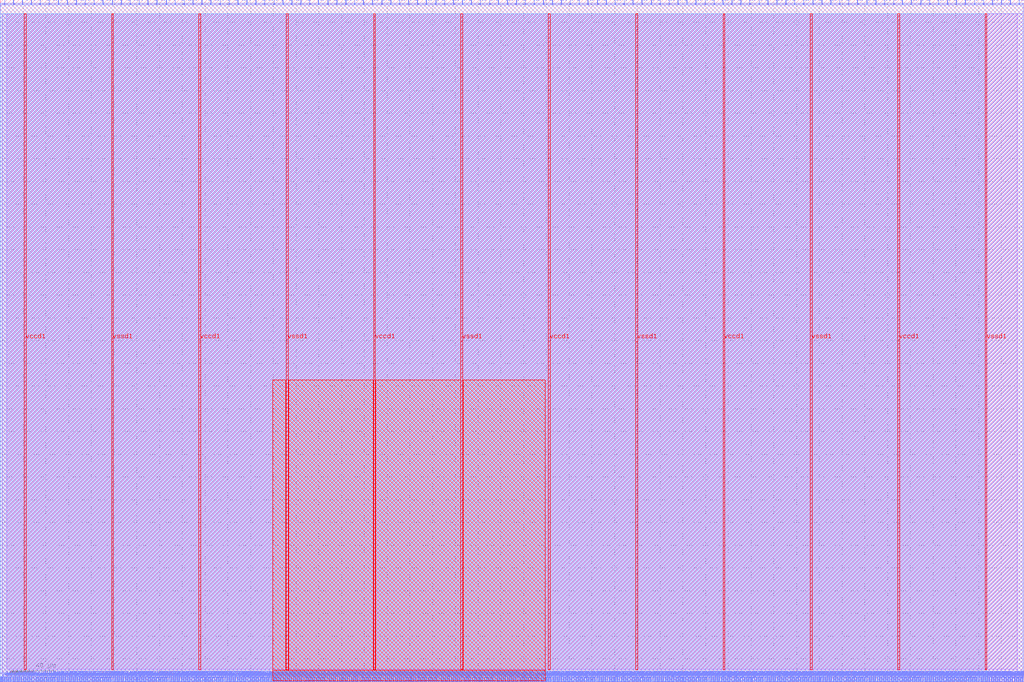
<source format=lef>
VERSION 5.7 ;
  NOWIREEXTENSIONATPIN ON ;
  DIVIDERCHAR "/" ;
  BUSBITCHARS "[]" ;
MACRO user_proj_example
  CLASS BLOCK ;
  FOREIGN user_proj_example ;
  ORIGIN 0.000 0.000 ;
  SIZE 900.000 BY 600.000 ;
  PIN io_in[0]
    DIRECTION INPUT ;
    USE SIGNAL ;
    PORT
      LAYER met2 ;
        RECT 3.770 596.000 4.050 600.000 ;
    END
  END io_in[0]
  PIN io_in[10]
    DIRECTION INPUT ;
    USE SIGNAL ;
    PORT
      LAYER met2 ;
        RECT 240.670 596.000 240.950 600.000 ;
    END
  END io_in[10]
  PIN io_in[11]
    DIRECTION INPUT ;
    USE SIGNAL ;
    PORT
      LAYER met2 ;
        RECT 264.130 596.000 264.410 600.000 ;
    END
  END io_in[11]
  PIN io_in[12]
    DIRECTION INPUT ;
    USE SIGNAL ;
    PORT
      LAYER met2 ;
        RECT 288.050 596.000 288.330 600.000 ;
    END
  END io_in[12]
  PIN io_in[13]
    DIRECTION INPUT ;
    USE SIGNAL ;
    PORT
      LAYER met2 ;
        RECT 311.510 596.000 311.790 600.000 ;
    END
  END io_in[13]
  PIN io_in[14]
    DIRECTION INPUT ;
    USE SIGNAL ;
    PORT
      LAYER met2 ;
        RECT 335.430 596.000 335.710 600.000 ;
    END
  END io_in[14]
  PIN io_in[15]
    DIRECTION INPUT ;
    USE SIGNAL ;
    PORT
      LAYER met2 ;
        RECT 358.890 596.000 359.170 600.000 ;
    END
  END io_in[15]
  PIN io_in[16]
    DIRECTION INPUT ;
    USE SIGNAL ;
    PORT
      LAYER met2 ;
        RECT 382.810 596.000 383.090 600.000 ;
    END
  END io_in[16]
  PIN io_in[17]
    DIRECTION INPUT ;
    USE SIGNAL ;
    PORT
      LAYER met2 ;
        RECT 406.270 596.000 406.550 600.000 ;
    END
  END io_in[17]
  PIN io_in[18]
    DIRECTION INPUT ;
    USE SIGNAL ;
    PORT
      LAYER met2 ;
        RECT 430.190 596.000 430.470 600.000 ;
    END
  END io_in[18]
  PIN io_in[19]
    DIRECTION INPUT ;
    USE SIGNAL ;
    PORT
      LAYER met2 ;
        RECT 453.650 596.000 453.930 600.000 ;
    END
  END io_in[19]
  PIN io_in[1]
    DIRECTION INPUT ;
    USE SIGNAL ;
    PORT
      LAYER met2 ;
        RECT 27.230 596.000 27.510 600.000 ;
    END
  END io_in[1]
  PIN io_in[20]
    DIRECTION INPUT ;
    USE SIGNAL ;
    PORT
      LAYER met2 ;
        RECT 477.570 596.000 477.850 600.000 ;
    END
  END io_in[20]
  PIN io_in[21]
    DIRECTION INPUT ;
    USE SIGNAL ;
    PORT
      LAYER met2 ;
        RECT 501.030 596.000 501.310 600.000 ;
    END
  END io_in[21]
  PIN io_in[22]
    DIRECTION INPUT ;
    USE SIGNAL ;
    PORT
      LAYER met2 ;
        RECT 524.950 596.000 525.230 600.000 ;
    END
  END io_in[22]
  PIN io_in[23]
    DIRECTION INPUT ;
    USE SIGNAL ;
    PORT
      LAYER met2 ;
        RECT 548.410 596.000 548.690 600.000 ;
    END
  END io_in[23]
  PIN io_in[24]
    DIRECTION INPUT ;
    USE SIGNAL ;
    PORT
      LAYER met2 ;
        RECT 572.330 596.000 572.610 600.000 ;
    END
  END io_in[24]
  PIN io_in[25]
    DIRECTION INPUT ;
    USE SIGNAL ;
    PORT
      LAYER met2 ;
        RECT 595.790 596.000 596.070 600.000 ;
    END
  END io_in[25]
  PIN io_in[26]
    DIRECTION INPUT ;
    USE SIGNAL ;
    PORT
      LAYER met2 ;
        RECT 619.710 596.000 619.990 600.000 ;
    END
  END io_in[26]
  PIN io_in[27]
    DIRECTION INPUT ;
    USE SIGNAL ;
    PORT
      LAYER met2 ;
        RECT 643.170 596.000 643.450 600.000 ;
    END
  END io_in[27]
  PIN io_in[28]
    DIRECTION INPUT ;
    USE SIGNAL ;
    PORT
      LAYER met2 ;
        RECT 667.090 596.000 667.370 600.000 ;
    END
  END io_in[28]
  PIN io_in[29]
    DIRECTION INPUT ;
    USE SIGNAL ;
    PORT
      LAYER met2 ;
        RECT 690.550 596.000 690.830 600.000 ;
    END
  END io_in[29]
  PIN io_in[2]
    DIRECTION INPUT ;
    USE SIGNAL ;
    PORT
      LAYER met2 ;
        RECT 51.150 596.000 51.430 600.000 ;
    END
  END io_in[2]
  PIN io_in[30]
    DIRECTION INPUT ;
    USE SIGNAL ;
    PORT
      LAYER met2 ;
        RECT 714.470 596.000 714.750 600.000 ;
    END
  END io_in[30]
  PIN io_in[31]
    DIRECTION INPUT ;
    USE SIGNAL ;
    PORT
      LAYER met2 ;
        RECT 737.930 596.000 738.210 600.000 ;
    END
  END io_in[31]
  PIN io_in[32]
    DIRECTION INPUT ;
    USE SIGNAL ;
    PORT
      LAYER met2 ;
        RECT 761.850 596.000 762.130 600.000 ;
    END
  END io_in[32]
  PIN io_in[33]
    DIRECTION INPUT ;
    USE SIGNAL ;
    PORT
      LAYER met2 ;
        RECT 785.310 596.000 785.590 600.000 ;
    END
  END io_in[33]
  PIN io_in[34]
    DIRECTION INPUT ;
    USE SIGNAL ;
    PORT
      LAYER met2 ;
        RECT 809.230 596.000 809.510 600.000 ;
    END
  END io_in[34]
  PIN io_in[35]
    DIRECTION INPUT ;
    USE SIGNAL ;
    PORT
      LAYER met2 ;
        RECT 832.690 596.000 832.970 600.000 ;
    END
  END io_in[35]
  PIN io_in[36]
    DIRECTION INPUT ;
    USE SIGNAL ;
    PORT
      LAYER met2 ;
        RECT 856.610 596.000 856.890 600.000 ;
    END
  END io_in[36]
  PIN io_in[37]
    DIRECTION INPUT ;
    USE SIGNAL ;
    PORT
      LAYER met2 ;
        RECT 880.070 596.000 880.350 600.000 ;
    END
  END io_in[37]
  PIN io_in[3]
    DIRECTION INPUT ;
    USE SIGNAL ;
    PORT
      LAYER met2 ;
        RECT 74.610 596.000 74.890 600.000 ;
    END
  END io_in[3]
  PIN io_in[4]
    DIRECTION INPUT ;
    USE SIGNAL ;
    PORT
      LAYER met2 ;
        RECT 98.530 596.000 98.810 600.000 ;
    END
  END io_in[4]
  PIN io_in[5]
    DIRECTION INPUT ;
    USE SIGNAL ;
    PORT
      LAYER met2 ;
        RECT 121.990 596.000 122.270 600.000 ;
    END
  END io_in[5]
  PIN io_in[6]
    DIRECTION INPUT ;
    USE SIGNAL ;
    PORT
      LAYER met2 ;
        RECT 145.910 596.000 146.190 600.000 ;
    END
  END io_in[6]
  PIN io_in[7]
    DIRECTION INPUT ;
    USE SIGNAL ;
    PORT
      LAYER met2 ;
        RECT 169.370 596.000 169.650 600.000 ;
    END
  END io_in[7]
  PIN io_in[8]
    DIRECTION INPUT ;
    USE SIGNAL ;
    PORT
      LAYER met2 ;
        RECT 193.290 596.000 193.570 600.000 ;
    END
  END io_in[8]
  PIN io_in[9]
    DIRECTION INPUT ;
    USE SIGNAL ;
    PORT
      LAYER met2 ;
        RECT 216.750 596.000 217.030 600.000 ;
    END
  END io_in[9]
  PIN io_oeb[0]
    DIRECTION OUTPUT TRISTATE ;
    USE SIGNAL ;
    PORT
      LAYER met2 ;
        RECT 11.590 596.000 11.870 600.000 ;
    END
  END io_oeb[0]
  PIN io_oeb[10]
    DIRECTION OUTPUT TRISTATE ;
    USE SIGNAL ;
    PORT
      LAYER met2 ;
        RECT 248.490 596.000 248.770 600.000 ;
    END
  END io_oeb[10]
  PIN io_oeb[11]
    DIRECTION OUTPUT TRISTATE ;
    USE SIGNAL ;
    PORT
      LAYER met2 ;
        RECT 271.950 596.000 272.230 600.000 ;
    END
  END io_oeb[11]
  PIN io_oeb[12]
    DIRECTION OUTPUT TRISTATE ;
    USE SIGNAL ;
    PORT
      LAYER met2 ;
        RECT 295.870 596.000 296.150 600.000 ;
    END
  END io_oeb[12]
  PIN io_oeb[13]
    DIRECTION OUTPUT TRISTATE ;
    USE SIGNAL ;
    PORT
      LAYER met2 ;
        RECT 319.330 596.000 319.610 600.000 ;
    END
  END io_oeb[13]
  PIN io_oeb[14]
    DIRECTION OUTPUT TRISTATE ;
    USE SIGNAL ;
    PORT
      LAYER met2 ;
        RECT 343.250 596.000 343.530 600.000 ;
    END
  END io_oeb[14]
  PIN io_oeb[15]
    DIRECTION OUTPUT TRISTATE ;
    USE SIGNAL ;
    PORT
      LAYER met2 ;
        RECT 366.710 596.000 366.990 600.000 ;
    END
  END io_oeb[15]
  PIN io_oeb[16]
    DIRECTION OUTPUT TRISTATE ;
    USE SIGNAL ;
    PORT
      LAYER met2 ;
        RECT 390.630 596.000 390.910 600.000 ;
    END
  END io_oeb[16]
  PIN io_oeb[17]
    DIRECTION OUTPUT TRISTATE ;
    USE SIGNAL ;
    PORT
      LAYER met2 ;
        RECT 414.090 596.000 414.370 600.000 ;
    END
  END io_oeb[17]
  PIN io_oeb[18]
    DIRECTION OUTPUT TRISTATE ;
    USE SIGNAL ;
    PORT
      LAYER met2 ;
        RECT 438.010 596.000 438.290 600.000 ;
    END
  END io_oeb[18]
  PIN io_oeb[19]
    DIRECTION OUTPUT TRISTATE ;
    USE SIGNAL ;
    PORT
      LAYER met2 ;
        RECT 461.470 596.000 461.750 600.000 ;
    END
  END io_oeb[19]
  PIN io_oeb[1]
    DIRECTION OUTPUT TRISTATE ;
    USE SIGNAL ;
    PORT
      LAYER met2 ;
        RECT 35.050 596.000 35.330 600.000 ;
    END
  END io_oeb[1]
  PIN io_oeb[20]
    DIRECTION OUTPUT TRISTATE ;
    USE SIGNAL ;
    PORT
      LAYER met2 ;
        RECT 485.390 596.000 485.670 600.000 ;
    END
  END io_oeb[20]
  PIN io_oeb[21]
    DIRECTION OUTPUT TRISTATE ;
    USE SIGNAL ;
    PORT
      LAYER met2 ;
        RECT 508.850 596.000 509.130 600.000 ;
    END
  END io_oeb[21]
  PIN io_oeb[22]
    DIRECTION OUTPUT TRISTATE ;
    USE SIGNAL ;
    PORT
      LAYER met2 ;
        RECT 532.770 596.000 533.050 600.000 ;
    END
  END io_oeb[22]
  PIN io_oeb[23]
    DIRECTION OUTPUT TRISTATE ;
    USE SIGNAL ;
    PORT
      LAYER met2 ;
        RECT 556.230 596.000 556.510 600.000 ;
    END
  END io_oeb[23]
  PIN io_oeb[24]
    DIRECTION OUTPUT TRISTATE ;
    USE SIGNAL ;
    PORT
      LAYER met2 ;
        RECT 580.150 596.000 580.430 600.000 ;
    END
  END io_oeb[24]
  PIN io_oeb[25]
    DIRECTION OUTPUT TRISTATE ;
    USE SIGNAL ;
    PORT
      LAYER met2 ;
        RECT 603.610 596.000 603.890 600.000 ;
    END
  END io_oeb[25]
  PIN io_oeb[26]
    DIRECTION OUTPUT TRISTATE ;
    USE SIGNAL ;
    PORT
      LAYER met2 ;
        RECT 627.530 596.000 627.810 600.000 ;
    END
  END io_oeb[26]
  PIN io_oeb[27]
    DIRECTION OUTPUT TRISTATE ;
    USE SIGNAL ;
    PORT
      LAYER met2 ;
        RECT 650.990 596.000 651.270 600.000 ;
    END
  END io_oeb[27]
  PIN io_oeb[28]
    DIRECTION OUTPUT TRISTATE ;
    USE SIGNAL ;
    PORT
      LAYER met2 ;
        RECT 674.910 596.000 675.190 600.000 ;
    END
  END io_oeb[28]
  PIN io_oeb[29]
    DIRECTION OUTPUT TRISTATE ;
    USE SIGNAL ;
    PORT
      LAYER met2 ;
        RECT 698.370 596.000 698.650 600.000 ;
    END
  END io_oeb[29]
  PIN io_oeb[2]
    DIRECTION OUTPUT TRISTATE ;
    USE SIGNAL ;
    PORT
      LAYER met2 ;
        RECT 58.970 596.000 59.250 600.000 ;
    END
  END io_oeb[2]
  PIN io_oeb[30]
    DIRECTION OUTPUT TRISTATE ;
    USE SIGNAL ;
    PORT
      LAYER met2 ;
        RECT 722.290 596.000 722.570 600.000 ;
    END
  END io_oeb[30]
  PIN io_oeb[31]
    DIRECTION OUTPUT TRISTATE ;
    USE SIGNAL ;
    PORT
      LAYER met2 ;
        RECT 745.750 596.000 746.030 600.000 ;
    END
  END io_oeb[31]
  PIN io_oeb[32]
    DIRECTION OUTPUT TRISTATE ;
    USE SIGNAL ;
    PORT
      LAYER met2 ;
        RECT 769.670 596.000 769.950 600.000 ;
    END
  END io_oeb[32]
  PIN io_oeb[33]
    DIRECTION OUTPUT TRISTATE ;
    USE SIGNAL ;
    PORT
      LAYER met2 ;
        RECT 793.130 596.000 793.410 600.000 ;
    END
  END io_oeb[33]
  PIN io_oeb[34]
    DIRECTION OUTPUT TRISTATE ;
    USE SIGNAL ;
    PORT
      LAYER met2 ;
        RECT 817.050 596.000 817.330 600.000 ;
    END
  END io_oeb[34]
  PIN io_oeb[35]
    DIRECTION OUTPUT TRISTATE ;
    USE SIGNAL ;
    PORT
      LAYER met2 ;
        RECT 840.510 596.000 840.790 600.000 ;
    END
  END io_oeb[35]
  PIN io_oeb[36]
    DIRECTION OUTPUT TRISTATE ;
    USE SIGNAL ;
    PORT
      LAYER met2 ;
        RECT 864.430 596.000 864.710 600.000 ;
    END
  END io_oeb[36]
  PIN io_oeb[37]
    DIRECTION OUTPUT TRISTATE ;
    USE SIGNAL ;
    PORT
      LAYER met2 ;
        RECT 887.890 596.000 888.170 600.000 ;
    END
  END io_oeb[37]
  PIN io_oeb[3]
    DIRECTION OUTPUT TRISTATE ;
    USE SIGNAL ;
    PORT
      LAYER met2 ;
        RECT 82.430 596.000 82.710 600.000 ;
    END
  END io_oeb[3]
  PIN io_oeb[4]
    DIRECTION OUTPUT TRISTATE ;
    USE SIGNAL ;
    PORT
      LAYER met2 ;
        RECT 106.350 596.000 106.630 600.000 ;
    END
  END io_oeb[4]
  PIN io_oeb[5]
    DIRECTION OUTPUT TRISTATE ;
    USE SIGNAL ;
    PORT
      LAYER met2 ;
        RECT 129.810 596.000 130.090 600.000 ;
    END
  END io_oeb[5]
  PIN io_oeb[6]
    DIRECTION OUTPUT TRISTATE ;
    USE SIGNAL ;
    PORT
      LAYER met2 ;
        RECT 153.730 596.000 154.010 600.000 ;
    END
  END io_oeb[6]
  PIN io_oeb[7]
    DIRECTION OUTPUT TRISTATE ;
    USE SIGNAL ;
    PORT
      LAYER met2 ;
        RECT 177.190 596.000 177.470 600.000 ;
    END
  END io_oeb[7]
  PIN io_oeb[8]
    DIRECTION OUTPUT TRISTATE ;
    USE SIGNAL ;
    PORT
      LAYER met2 ;
        RECT 201.110 596.000 201.390 600.000 ;
    END
  END io_oeb[8]
  PIN io_oeb[9]
    DIRECTION OUTPUT TRISTATE ;
    USE SIGNAL ;
    PORT
      LAYER met2 ;
        RECT 224.570 596.000 224.850 600.000 ;
    END
  END io_oeb[9]
  PIN io_out[0]
    DIRECTION OUTPUT TRISTATE ;
    USE SIGNAL ;
    PORT
      LAYER met2 ;
        RECT 19.410 596.000 19.690 600.000 ;
    END
  END io_out[0]
  PIN io_out[10]
    DIRECTION OUTPUT TRISTATE ;
    USE SIGNAL ;
    PORT
      LAYER met2 ;
        RECT 256.310 596.000 256.590 600.000 ;
    END
  END io_out[10]
  PIN io_out[11]
    DIRECTION OUTPUT TRISTATE ;
    USE SIGNAL ;
    PORT
      LAYER met2 ;
        RECT 279.770 596.000 280.050 600.000 ;
    END
  END io_out[11]
  PIN io_out[12]
    DIRECTION OUTPUT TRISTATE ;
    USE SIGNAL ;
    PORT
      LAYER met2 ;
        RECT 303.690 596.000 303.970 600.000 ;
    END
  END io_out[12]
  PIN io_out[13]
    DIRECTION OUTPUT TRISTATE ;
    USE SIGNAL ;
    PORT
      LAYER met2 ;
        RECT 327.150 596.000 327.430 600.000 ;
    END
  END io_out[13]
  PIN io_out[14]
    DIRECTION OUTPUT TRISTATE ;
    USE SIGNAL ;
    PORT
      LAYER met2 ;
        RECT 351.070 596.000 351.350 600.000 ;
    END
  END io_out[14]
  PIN io_out[15]
    DIRECTION OUTPUT TRISTATE ;
    USE SIGNAL ;
    PORT
      LAYER met2 ;
        RECT 374.530 596.000 374.810 600.000 ;
    END
  END io_out[15]
  PIN io_out[16]
    DIRECTION OUTPUT TRISTATE ;
    USE SIGNAL ;
    PORT
      LAYER met2 ;
        RECT 398.450 596.000 398.730 600.000 ;
    END
  END io_out[16]
  PIN io_out[17]
    DIRECTION OUTPUT TRISTATE ;
    USE SIGNAL ;
    PORT
      LAYER met2 ;
        RECT 421.910 596.000 422.190 600.000 ;
    END
  END io_out[17]
  PIN io_out[18]
    DIRECTION OUTPUT TRISTATE ;
    USE SIGNAL ;
    PORT
      LAYER met2 ;
        RECT 445.830 596.000 446.110 600.000 ;
    END
  END io_out[18]
  PIN io_out[19]
    DIRECTION OUTPUT TRISTATE ;
    USE SIGNAL ;
    PORT
      LAYER met2 ;
        RECT 469.290 596.000 469.570 600.000 ;
    END
  END io_out[19]
  PIN io_out[1]
    DIRECTION OUTPUT TRISTATE ;
    USE SIGNAL ;
    PORT
      LAYER met2 ;
        RECT 42.870 596.000 43.150 600.000 ;
    END
  END io_out[1]
  PIN io_out[20]
    DIRECTION OUTPUT TRISTATE ;
    USE SIGNAL ;
    PORT
      LAYER met2 ;
        RECT 493.210 596.000 493.490 600.000 ;
    END
  END io_out[20]
  PIN io_out[21]
    DIRECTION OUTPUT TRISTATE ;
    USE SIGNAL ;
    PORT
      LAYER met2 ;
        RECT 516.670 596.000 516.950 600.000 ;
    END
  END io_out[21]
  PIN io_out[22]
    DIRECTION OUTPUT TRISTATE ;
    USE SIGNAL ;
    PORT
      LAYER met2 ;
        RECT 540.590 596.000 540.870 600.000 ;
    END
  END io_out[22]
  PIN io_out[23]
    DIRECTION OUTPUT TRISTATE ;
    USE SIGNAL ;
    PORT
      LAYER met2 ;
        RECT 564.050 596.000 564.330 600.000 ;
    END
  END io_out[23]
  PIN io_out[24]
    DIRECTION OUTPUT TRISTATE ;
    USE SIGNAL ;
    PORT
      LAYER met2 ;
        RECT 587.970 596.000 588.250 600.000 ;
    END
  END io_out[24]
  PIN io_out[25]
    DIRECTION OUTPUT TRISTATE ;
    USE SIGNAL ;
    PORT
      LAYER met2 ;
        RECT 611.430 596.000 611.710 600.000 ;
    END
  END io_out[25]
  PIN io_out[26]
    DIRECTION OUTPUT TRISTATE ;
    USE SIGNAL ;
    PORT
      LAYER met2 ;
        RECT 635.350 596.000 635.630 600.000 ;
    END
  END io_out[26]
  PIN io_out[27]
    DIRECTION OUTPUT TRISTATE ;
    USE SIGNAL ;
    PORT
      LAYER met2 ;
        RECT 658.810 596.000 659.090 600.000 ;
    END
  END io_out[27]
  PIN io_out[28]
    DIRECTION OUTPUT TRISTATE ;
    USE SIGNAL ;
    PORT
      LAYER met2 ;
        RECT 682.730 596.000 683.010 600.000 ;
    END
  END io_out[28]
  PIN io_out[29]
    DIRECTION OUTPUT TRISTATE ;
    USE SIGNAL ;
    PORT
      LAYER met2 ;
        RECT 706.190 596.000 706.470 600.000 ;
    END
  END io_out[29]
  PIN io_out[2]
    DIRECTION OUTPUT TRISTATE ;
    USE SIGNAL ;
    PORT
      LAYER met2 ;
        RECT 66.790 596.000 67.070 600.000 ;
    END
  END io_out[2]
  PIN io_out[30]
    DIRECTION OUTPUT TRISTATE ;
    USE SIGNAL ;
    PORT
      LAYER met2 ;
        RECT 730.110 596.000 730.390 600.000 ;
    END
  END io_out[30]
  PIN io_out[31]
    DIRECTION OUTPUT TRISTATE ;
    USE SIGNAL ;
    PORT
      LAYER met2 ;
        RECT 753.570 596.000 753.850 600.000 ;
    END
  END io_out[31]
  PIN io_out[32]
    DIRECTION OUTPUT TRISTATE ;
    USE SIGNAL ;
    PORT
      LAYER met2 ;
        RECT 777.490 596.000 777.770 600.000 ;
    END
  END io_out[32]
  PIN io_out[33]
    DIRECTION OUTPUT TRISTATE ;
    USE SIGNAL ;
    PORT
      LAYER met2 ;
        RECT 800.950 596.000 801.230 600.000 ;
    END
  END io_out[33]
  PIN io_out[34]
    DIRECTION OUTPUT TRISTATE ;
    USE SIGNAL ;
    PORT
      LAYER met2 ;
        RECT 824.870 596.000 825.150 600.000 ;
    END
  END io_out[34]
  PIN io_out[35]
    DIRECTION OUTPUT TRISTATE ;
    USE SIGNAL ;
    PORT
      LAYER met2 ;
        RECT 848.330 596.000 848.610 600.000 ;
    END
  END io_out[35]
  PIN io_out[36]
    DIRECTION OUTPUT TRISTATE ;
    USE SIGNAL ;
    PORT
      LAYER met2 ;
        RECT 872.250 596.000 872.530 600.000 ;
    END
  END io_out[36]
  PIN io_out[37]
    DIRECTION OUTPUT TRISTATE ;
    USE SIGNAL ;
    PORT
      LAYER met2 ;
        RECT 895.710 596.000 895.990 600.000 ;
    END
  END io_out[37]
  PIN io_out[3]
    DIRECTION OUTPUT TRISTATE ;
    USE SIGNAL ;
    PORT
      LAYER met2 ;
        RECT 90.250 596.000 90.530 600.000 ;
    END
  END io_out[3]
  PIN io_out[4]
    DIRECTION OUTPUT TRISTATE ;
    USE SIGNAL ;
    PORT
      LAYER met2 ;
        RECT 114.170 596.000 114.450 600.000 ;
    END
  END io_out[4]
  PIN io_out[5]
    DIRECTION OUTPUT TRISTATE ;
    USE SIGNAL ;
    PORT
      LAYER met2 ;
        RECT 137.630 596.000 137.910 600.000 ;
    END
  END io_out[5]
  PIN io_out[6]
    DIRECTION OUTPUT TRISTATE ;
    USE SIGNAL ;
    PORT
      LAYER met2 ;
        RECT 161.550 596.000 161.830 600.000 ;
    END
  END io_out[6]
  PIN io_out[7]
    DIRECTION OUTPUT TRISTATE ;
    USE SIGNAL ;
    PORT
      LAYER met2 ;
        RECT 185.010 596.000 185.290 600.000 ;
    END
  END io_out[7]
  PIN io_out[8]
    DIRECTION OUTPUT TRISTATE ;
    USE SIGNAL ;
    PORT
      LAYER met2 ;
        RECT 208.930 596.000 209.210 600.000 ;
    END
  END io_out[8]
  PIN io_out[9]
    DIRECTION OUTPUT TRISTATE ;
    USE SIGNAL ;
    PORT
      LAYER met2 ;
        RECT 232.390 596.000 232.670 600.000 ;
    END
  END io_out[9]
  PIN irq[0]
    DIRECTION OUTPUT TRISTATE ;
    USE SIGNAL ;
    PORT
      LAYER met2 ;
        RECT 895.250 0.000 895.530 4.000 ;
    END
  END irq[0]
  PIN irq[1]
    DIRECTION OUTPUT TRISTATE ;
    USE SIGNAL ;
    PORT
      LAYER met2 ;
        RECT 897.090 0.000 897.370 4.000 ;
    END
  END irq[1]
  PIN irq[2]
    DIRECTION OUTPUT TRISTATE ;
    USE SIGNAL ;
    PORT
      LAYER met2 ;
        RECT 898.930 0.000 899.210 4.000 ;
    END
  END irq[2]
  PIN la_data_in[0]
    DIRECTION INPUT ;
    USE SIGNAL ;
    PORT
      LAYER met2 ;
        RECT 193.750 0.000 194.030 4.000 ;
    END
  END la_data_in[0]
  PIN la_data_in[100]
    DIRECTION INPUT ;
    USE SIGNAL ;
    PORT
      LAYER met2 ;
        RECT 741.610 0.000 741.890 4.000 ;
    END
  END la_data_in[100]
  PIN la_data_in[101]
    DIRECTION INPUT ;
    USE SIGNAL ;
    PORT
      LAYER met2 ;
        RECT 747.130 0.000 747.410 4.000 ;
    END
  END la_data_in[101]
  PIN la_data_in[102]
    DIRECTION INPUT ;
    USE SIGNAL ;
    PORT
      LAYER met2 ;
        RECT 752.650 0.000 752.930 4.000 ;
    END
  END la_data_in[102]
  PIN la_data_in[103]
    DIRECTION INPUT ;
    USE SIGNAL ;
    PORT
      LAYER met2 ;
        RECT 758.170 0.000 758.450 4.000 ;
    END
  END la_data_in[103]
  PIN la_data_in[104]
    DIRECTION INPUT ;
    USE SIGNAL ;
    PORT
      LAYER met2 ;
        RECT 763.690 0.000 763.970 4.000 ;
    END
  END la_data_in[104]
  PIN la_data_in[105]
    DIRECTION INPUT ;
    USE SIGNAL ;
    PORT
      LAYER met2 ;
        RECT 769.210 0.000 769.490 4.000 ;
    END
  END la_data_in[105]
  PIN la_data_in[106]
    DIRECTION INPUT ;
    USE SIGNAL ;
    PORT
      LAYER met2 ;
        RECT 774.730 0.000 775.010 4.000 ;
    END
  END la_data_in[106]
  PIN la_data_in[107]
    DIRECTION INPUT ;
    USE SIGNAL ;
    PORT
      LAYER met2 ;
        RECT 780.250 0.000 780.530 4.000 ;
    END
  END la_data_in[107]
  PIN la_data_in[108]
    DIRECTION INPUT ;
    USE SIGNAL ;
    PORT
      LAYER met2 ;
        RECT 785.310 0.000 785.590 4.000 ;
    END
  END la_data_in[108]
  PIN la_data_in[109]
    DIRECTION INPUT ;
    USE SIGNAL ;
    PORT
      LAYER met2 ;
        RECT 790.830 0.000 791.110 4.000 ;
    END
  END la_data_in[109]
  PIN la_data_in[10]
    DIRECTION INPUT ;
    USE SIGNAL ;
    PORT
      LAYER met2 ;
        RECT 248.490 0.000 248.770 4.000 ;
    END
  END la_data_in[10]
  PIN la_data_in[110]
    DIRECTION INPUT ;
    USE SIGNAL ;
    PORT
      LAYER met2 ;
        RECT 796.350 0.000 796.630 4.000 ;
    END
  END la_data_in[110]
  PIN la_data_in[111]
    DIRECTION INPUT ;
    USE SIGNAL ;
    PORT
      LAYER met2 ;
        RECT 801.870 0.000 802.150 4.000 ;
    END
  END la_data_in[111]
  PIN la_data_in[112]
    DIRECTION INPUT ;
    USE SIGNAL ;
    PORT
      LAYER met2 ;
        RECT 807.390 0.000 807.670 4.000 ;
    END
  END la_data_in[112]
  PIN la_data_in[113]
    DIRECTION INPUT ;
    USE SIGNAL ;
    PORT
      LAYER met2 ;
        RECT 812.910 0.000 813.190 4.000 ;
    END
  END la_data_in[113]
  PIN la_data_in[114]
    DIRECTION INPUT ;
    USE SIGNAL ;
    PORT
      LAYER met2 ;
        RECT 818.430 0.000 818.710 4.000 ;
    END
  END la_data_in[114]
  PIN la_data_in[115]
    DIRECTION INPUT ;
    USE SIGNAL ;
    PORT
      LAYER met2 ;
        RECT 823.950 0.000 824.230 4.000 ;
    END
  END la_data_in[115]
  PIN la_data_in[116]
    DIRECTION INPUT ;
    USE SIGNAL ;
    PORT
      LAYER met2 ;
        RECT 829.470 0.000 829.750 4.000 ;
    END
  END la_data_in[116]
  PIN la_data_in[117]
    DIRECTION INPUT ;
    USE SIGNAL ;
    PORT
      LAYER met2 ;
        RECT 834.990 0.000 835.270 4.000 ;
    END
  END la_data_in[117]
  PIN la_data_in[118]
    DIRECTION INPUT ;
    USE SIGNAL ;
    PORT
      LAYER met2 ;
        RECT 840.510 0.000 840.790 4.000 ;
    END
  END la_data_in[118]
  PIN la_data_in[119]
    DIRECTION INPUT ;
    USE SIGNAL ;
    PORT
      LAYER met2 ;
        RECT 845.570 0.000 845.850 4.000 ;
    END
  END la_data_in[119]
  PIN la_data_in[11]
    DIRECTION INPUT ;
    USE SIGNAL ;
    PORT
      LAYER met2 ;
        RECT 254.010 0.000 254.290 4.000 ;
    END
  END la_data_in[11]
  PIN la_data_in[120]
    DIRECTION INPUT ;
    USE SIGNAL ;
    PORT
      LAYER met2 ;
        RECT 851.090 0.000 851.370 4.000 ;
    END
  END la_data_in[120]
  PIN la_data_in[121]
    DIRECTION INPUT ;
    USE SIGNAL ;
    PORT
      LAYER met2 ;
        RECT 856.610 0.000 856.890 4.000 ;
    END
  END la_data_in[121]
  PIN la_data_in[122]
    DIRECTION INPUT ;
    USE SIGNAL ;
    PORT
      LAYER met2 ;
        RECT 862.130 0.000 862.410 4.000 ;
    END
  END la_data_in[122]
  PIN la_data_in[123]
    DIRECTION INPUT ;
    USE SIGNAL ;
    PORT
      LAYER met2 ;
        RECT 867.650 0.000 867.930 4.000 ;
    END
  END la_data_in[123]
  PIN la_data_in[124]
    DIRECTION INPUT ;
    USE SIGNAL ;
    PORT
      LAYER met2 ;
        RECT 873.170 0.000 873.450 4.000 ;
    END
  END la_data_in[124]
  PIN la_data_in[125]
    DIRECTION INPUT ;
    USE SIGNAL ;
    PORT
      LAYER met2 ;
        RECT 878.690 0.000 878.970 4.000 ;
    END
  END la_data_in[125]
  PIN la_data_in[126]
    DIRECTION INPUT ;
    USE SIGNAL ;
    PORT
      LAYER met2 ;
        RECT 884.210 0.000 884.490 4.000 ;
    END
  END la_data_in[126]
  PIN la_data_in[127]
    DIRECTION INPUT ;
    USE SIGNAL ;
    PORT
      LAYER met2 ;
        RECT 889.730 0.000 890.010 4.000 ;
    END
  END la_data_in[127]
  PIN la_data_in[12]
    DIRECTION INPUT ;
    USE SIGNAL ;
    PORT
      LAYER met2 ;
        RECT 259.530 0.000 259.810 4.000 ;
    END
  END la_data_in[12]
  PIN la_data_in[13]
    DIRECTION INPUT ;
    USE SIGNAL ;
    PORT
      LAYER met2 ;
        RECT 265.050 0.000 265.330 4.000 ;
    END
  END la_data_in[13]
  PIN la_data_in[14]
    DIRECTION INPUT ;
    USE SIGNAL ;
    PORT
      LAYER met2 ;
        RECT 270.570 0.000 270.850 4.000 ;
    END
  END la_data_in[14]
  PIN la_data_in[15]
    DIRECTION INPUT ;
    USE SIGNAL ;
    PORT
      LAYER met2 ;
        RECT 276.090 0.000 276.370 4.000 ;
    END
  END la_data_in[15]
  PIN la_data_in[16]
    DIRECTION INPUT ;
    USE SIGNAL ;
    PORT
      LAYER met2 ;
        RECT 281.610 0.000 281.890 4.000 ;
    END
  END la_data_in[16]
  PIN la_data_in[17]
    DIRECTION INPUT ;
    USE SIGNAL ;
    PORT
      LAYER met2 ;
        RECT 287.130 0.000 287.410 4.000 ;
    END
  END la_data_in[17]
  PIN la_data_in[18]
    DIRECTION INPUT ;
    USE SIGNAL ;
    PORT
      LAYER met2 ;
        RECT 292.650 0.000 292.930 4.000 ;
    END
  END la_data_in[18]
  PIN la_data_in[19]
    DIRECTION INPUT ;
    USE SIGNAL ;
    PORT
      LAYER met2 ;
        RECT 298.170 0.000 298.450 4.000 ;
    END
  END la_data_in[19]
  PIN la_data_in[1]
    DIRECTION INPUT ;
    USE SIGNAL ;
    PORT
      LAYER met2 ;
        RECT 199.270 0.000 199.550 4.000 ;
    END
  END la_data_in[1]
  PIN la_data_in[20]
    DIRECTION INPUT ;
    USE SIGNAL ;
    PORT
      LAYER met2 ;
        RECT 303.230 0.000 303.510 4.000 ;
    END
  END la_data_in[20]
  PIN la_data_in[21]
    DIRECTION INPUT ;
    USE SIGNAL ;
    PORT
      LAYER met2 ;
        RECT 308.750 0.000 309.030 4.000 ;
    END
  END la_data_in[21]
  PIN la_data_in[22]
    DIRECTION INPUT ;
    USE SIGNAL ;
    PORT
      LAYER met2 ;
        RECT 314.270 0.000 314.550 4.000 ;
    END
  END la_data_in[22]
  PIN la_data_in[23]
    DIRECTION INPUT ;
    USE SIGNAL ;
    PORT
      LAYER met2 ;
        RECT 319.790 0.000 320.070 4.000 ;
    END
  END la_data_in[23]
  PIN la_data_in[24]
    DIRECTION INPUT ;
    USE SIGNAL ;
    PORT
      LAYER met2 ;
        RECT 325.310 0.000 325.590 4.000 ;
    END
  END la_data_in[24]
  PIN la_data_in[25]
    DIRECTION INPUT ;
    USE SIGNAL ;
    PORT
      LAYER met2 ;
        RECT 330.830 0.000 331.110 4.000 ;
    END
  END la_data_in[25]
  PIN la_data_in[26]
    DIRECTION INPUT ;
    USE SIGNAL ;
    PORT
      LAYER met2 ;
        RECT 336.350 0.000 336.630 4.000 ;
    END
  END la_data_in[26]
  PIN la_data_in[27]
    DIRECTION INPUT ;
    USE SIGNAL ;
    PORT
      LAYER met2 ;
        RECT 341.870 0.000 342.150 4.000 ;
    END
  END la_data_in[27]
  PIN la_data_in[28]
    DIRECTION INPUT ;
    USE SIGNAL ;
    PORT
      LAYER met2 ;
        RECT 347.390 0.000 347.670 4.000 ;
    END
  END la_data_in[28]
  PIN la_data_in[29]
    DIRECTION INPUT ;
    USE SIGNAL ;
    PORT
      LAYER met2 ;
        RECT 352.910 0.000 353.190 4.000 ;
    END
  END la_data_in[29]
  PIN la_data_in[2]
    DIRECTION INPUT ;
    USE SIGNAL ;
    PORT
      LAYER met2 ;
        RECT 204.790 0.000 205.070 4.000 ;
    END
  END la_data_in[2]
  PIN la_data_in[30]
    DIRECTION INPUT ;
    USE SIGNAL ;
    PORT
      LAYER met2 ;
        RECT 358.430 0.000 358.710 4.000 ;
    END
  END la_data_in[30]
  PIN la_data_in[31]
    DIRECTION INPUT ;
    USE SIGNAL ;
    PORT
      LAYER met2 ;
        RECT 363.490 0.000 363.770 4.000 ;
    END
  END la_data_in[31]
  PIN la_data_in[32]
    DIRECTION INPUT ;
    USE SIGNAL ;
    PORT
      LAYER met2 ;
        RECT 369.010 0.000 369.290 4.000 ;
    END
  END la_data_in[32]
  PIN la_data_in[33]
    DIRECTION INPUT ;
    USE SIGNAL ;
    PORT
      LAYER met2 ;
        RECT 374.530 0.000 374.810 4.000 ;
    END
  END la_data_in[33]
  PIN la_data_in[34]
    DIRECTION INPUT ;
    USE SIGNAL ;
    PORT
      LAYER met2 ;
        RECT 380.050 0.000 380.330 4.000 ;
    END
  END la_data_in[34]
  PIN la_data_in[35]
    DIRECTION INPUT ;
    USE SIGNAL ;
    PORT
      LAYER met2 ;
        RECT 385.570 0.000 385.850 4.000 ;
    END
  END la_data_in[35]
  PIN la_data_in[36]
    DIRECTION INPUT ;
    USE SIGNAL ;
    PORT
      LAYER met2 ;
        RECT 391.090 0.000 391.370 4.000 ;
    END
  END la_data_in[36]
  PIN la_data_in[37]
    DIRECTION INPUT ;
    USE SIGNAL ;
    PORT
      LAYER met2 ;
        RECT 396.610 0.000 396.890 4.000 ;
    END
  END la_data_in[37]
  PIN la_data_in[38]
    DIRECTION INPUT ;
    USE SIGNAL ;
    PORT
      LAYER met2 ;
        RECT 402.130 0.000 402.410 4.000 ;
    END
  END la_data_in[38]
  PIN la_data_in[39]
    DIRECTION INPUT ;
    USE SIGNAL ;
    PORT
      LAYER met2 ;
        RECT 407.650 0.000 407.930 4.000 ;
    END
  END la_data_in[39]
  PIN la_data_in[3]
    DIRECTION INPUT ;
    USE SIGNAL ;
    PORT
      LAYER met2 ;
        RECT 210.310 0.000 210.590 4.000 ;
    END
  END la_data_in[3]
  PIN la_data_in[40]
    DIRECTION INPUT ;
    USE SIGNAL ;
    PORT
      LAYER met2 ;
        RECT 413.170 0.000 413.450 4.000 ;
    END
  END la_data_in[40]
  PIN la_data_in[41]
    DIRECTION INPUT ;
    USE SIGNAL ;
    PORT
      LAYER met2 ;
        RECT 418.690 0.000 418.970 4.000 ;
    END
  END la_data_in[41]
  PIN la_data_in[42]
    DIRECTION INPUT ;
    USE SIGNAL ;
    PORT
      LAYER met2 ;
        RECT 423.750 0.000 424.030 4.000 ;
    END
  END la_data_in[42]
  PIN la_data_in[43]
    DIRECTION INPUT ;
    USE SIGNAL ;
    PORT
      LAYER met2 ;
        RECT 429.270 0.000 429.550 4.000 ;
    END
  END la_data_in[43]
  PIN la_data_in[44]
    DIRECTION INPUT ;
    USE SIGNAL ;
    PORT
      LAYER met2 ;
        RECT 434.790 0.000 435.070 4.000 ;
    END
  END la_data_in[44]
  PIN la_data_in[45]
    DIRECTION INPUT ;
    USE SIGNAL ;
    PORT
      LAYER met2 ;
        RECT 440.310 0.000 440.590 4.000 ;
    END
  END la_data_in[45]
  PIN la_data_in[46]
    DIRECTION INPUT ;
    USE SIGNAL ;
    PORT
      LAYER met2 ;
        RECT 445.830 0.000 446.110 4.000 ;
    END
  END la_data_in[46]
  PIN la_data_in[47]
    DIRECTION INPUT ;
    USE SIGNAL ;
    PORT
      LAYER met2 ;
        RECT 451.350 0.000 451.630 4.000 ;
    END
  END la_data_in[47]
  PIN la_data_in[48]
    DIRECTION INPUT ;
    USE SIGNAL ;
    PORT
      LAYER met2 ;
        RECT 456.870 0.000 457.150 4.000 ;
    END
  END la_data_in[48]
  PIN la_data_in[49]
    DIRECTION INPUT ;
    USE SIGNAL ;
    PORT
      LAYER met2 ;
        RECT 462.390 0.000 462.670 4.000 ;
    END
  END la_data_in[49]
  PIN la_data_in[4]
    DIRECTION INPUT ;
    USE SIGNAL ;
    PORT
      LAYER met2 ;
        RECT 215.830 0.000 216.110 4.000 ;
    END
  END la_data_in[4]
  PIN la_data_in[50]
    DIRECTION INPUT ;
    USE SIGNAL ;
    PORT
      LAYER met2 ;
        RECT 467.910 0.000 468.190 4.000 ;
    END
  END la_data_in[50]
  PIN la_data_in[51]
    DIRECTION INPUT ;
    USE SIGNAL ;
    PORT
      LAYER met2 ;
        RECT 473.430 0.000 473.710 4.000 ;
    END
  END la_data_in[51]
  PIN la_data_in[52]
    DIRECTION INPUT ;
    USE SIGNAL ;
    PORT
      LAYER met2 ;
        RECT 478.950 0.000 479.230 4.000 ;
    END
  END la_data_in[52]
  PIN la_data_in[53]
    DIRECTION INPUT ;
    USE SIGNAL ;
    PORT
      LAYER met2 ;
        RECT 484.010 0.000 484.290 4.000 ;
    END
  END la_data_in[53]
  PIN la_data_in[54]
    DIRECTION INPUT ;
    USE SIGNAL ;
    PORT
      LAYER met2 ;
        RECT 489.530 0.000 489.810 4.000 ;
    END
  END la_data_in[54]
  PIN la_data_in[55]
    DIRECTION INPUT ;
    USE SIGNAL ;
    PORT
      LAYER met2 ;
        RECT 495.050 0.000 495.330 4.000 ;
    END
  END la_data_in[55]
  PIN la_data_in[56]
    DIRECTION INPUT ;
    USE SIGNAL ;
    PORT
      LAYER met2 ;
        RECT 500.570 0.000 500.850 4.000 ;
    END
  END la_data_in[56]
  PIN la_data_in[57]
    DIRECTION INPUT ;
    USE SIGNAL ;
    PORT
      LAYER met2 ;
        RECT 506.090 0.000 506.370 4.000 ;
    END
  END la_data_in[57]
  PIN la_data_in[58]
    DIRECTION INPUT ;
    USE SIGNAL ;
    PORT
      LAYER met2 ;
        RECT 511.610 0.000 511.890 4.000 ;
    END
  END la_data_in[58]
  PIN la_data_in[59]
    DIRECTION INPUT ;
    USE SIGNAL ;
    PORT
      LAYER met2 ;
        RECT 517.130 0.000 517.410 4.000 ;
    END
  END la_data_in[59]
  PIN la_data_in[5]
    DIRECTION INPUT ;
    USE SIGNAL ;
    PORT
      LAYER met2 ;
        RECT 221.350 0.000 221.630 4.000 ;
    END
  END la_data_in[5]
  PIN la_data_in[60]
    DIRECTION INPUT ;
    USE SIGNAL ;
    PORT
      LAYER met2 ;
        RECT 522.650 0.000 522.930 4.000 ;
    END
  END la_data_in[60]
  PIN la_data_in[61]
    DIRECTION INPUT ;
    USE SIGNAL ;
    PORT
      LAYER met2 ;
        RECT 528.170 0.000 528.450 4.000 ;
    END
  END la_data_in[61]
  PIN la_data_in[62]
    DIRECTION INPUT ;
    USE SIGNAL ;
    PORT
      LAYER met2 ;
        RECT 533.690 0.000 533.970 4.000 ;
    END
  END la_data_in[62]
  PIN la_data_in[63]
    DIRECTION INPUT ;
    USE SIGNAL ;
    PORT
      LAYER met2 ;
        RECT 539.210 0.000 539.490 4.000 ;
    END
  END la_data_in[63]
  PIN la_data_in[64]
    DIRECTION INPUT ;
    USE SIGNAL ;
    PORT
      LAYER met2 ;
        RECT 544.270 0.000 544.550 4.000 ;
    END
  END la_data_in[64]
  PIN la_data_in[65]
    DIRECTION INPUT ;
    USE SIGNAL ;
    PORT
      LAYER met2 ;
        RECT 549.790 0.000 550.070 4.000 ;
    END
  END la_data_in[65]
  PIN la_data_in[66]
    DIRECTION INPUT ;
    USE SIGNAL ;
    PORT
      LAYER met2 ;
        RECT 555.310 0.000 555.590 4.000 ;
    END
  END la_data_in[66]
  PIN la_data_in[67]
    DIRECTION INPUT ;
    USE SIGNAL ;
    PORT
      LAYER met2 ;
        RECT 560.830 0.000 561.110 4.000 ;
    END
  END la_data_in[67]
  PIN la_data_in[68]
    DIRECTION INPUT ;
    USE SIGNAL ;
    PORT
      LAYER met2 ;
        RECT 566.350 0.000 566.630 4.000 ;
    END
  END la_data_in[68]
  PIN la_data_in[69]
    DIRECTION INPUT ;
    USE SIGNAL ;
    PORT
      LAYER met2 ;
        RECT 571.870 0.000 572.150 4.000 ;
    END
  END la_data_in[69]
  PIN la_data_in[6]
    DIRECTION INPUT ;
    USE SIGNAL ;
    PORT
      LAYER met2 ;
        RECT 226.870 0.000 227.150 4.000 ;
    END
  END la_data_in[6]
  PIN la_data_in[70]
    DIRECTION INPUT ;
    USE SIGNAL ;
    PORT
      LAYER met2 ;
        RECT 577.390 0.000 577.670 4.000 ;
    END
  END la_data_in[70]
  PIN la_data_in[71]
    DIRECTION INPUT ;
    USE SIGNAL ;
    PORT
      LAYER met2 ;
        RECT 582.910 0.000 583.190 4.000 ;
    END
  END la_data_in[71]
  PIN la_data_in[72]
    DIRECTION INPUT ;
    USE SIGNAL ;
    PORT
      LAYER met2 ;
        RECT 588.430 0.000 588.710 4.000 ;
    END
  END la_data_in[72]
  PIN la_data_in[73]
    DIRECTION INPUT ;
    USE SIGNAL ;
    PORT
      LAYER met2 ;
        RECT 593.950 0.000 594.230 4.000 ;
    END
  END la_data_in[73]
  PIN la_data_in[74]
    DIRECTION INPUT ;
    USE SIGNAL ;
    PORT
      LAYER met2 ;
        RECT 599.470 0.000 599.750 4.000 ;
    END
  END la_data_in[74]
  PIN la_data_in[75]
    DIRECTION INPUT ;
    USE SIGNAL ;
    PORT
      LAYER met2 ;
        RECT 604.530 0.000 604.810 4.000 ;
    END
  END la_data_in[75]
  PIN la_data_in[76]
    DIRECTION INPUT ;
    USE SIGNAL ;
    PORT
      LAYER met2 ;
        RECT 610.050 0.000 610.330 4.000 ;
    END
  END la_data_in[76]
  PIN la_data_in[77]
    DIRECTION INPUT ;
    USE SIGNAL ;
    PORT
      LAYER met2 ;
        RECT 615.570 0.000 615.850 4.000 ;
    END
  END la_data_in[77]
  PIN la_data_in[78]
    DIRECTION INPUT ;
    USE SIGNAL ;
    PORT
      LAYER met2 ;
        RECT 621.090 0.000 621.370 4.000 ;
    END
  END la_data_in[78]
  PIN la_data_in[79]
    DIRECTION INPUT ;
    USE SIGNAL ;
    PORT
      LAYER met2 ;
        RECT 626.610 0.000 626.890 4.000 ;
    END
  END la_data_in[79]
  PIN la_data_in[7]
    DIRECTION INPUT ;
    USE SIGNAL ;
    PORT
      LAYER met2 ;
        RECT 232.390 0.000 232.670 4.000 ;
    END
  END la_data_in[7]
  PIN la_data_in[80]
    DIRECTION INPUT ;
    USE SIGNAL ;
    PORT
      LAYER met2 ;
        RECT 632.130 0.000 632.410 4.000 ;
    END
  END la_data_in[80]
  PIN la_data_in[81]
    DIRECTION INPUT ;
    USE SIGNAL ;
    PORT
      LAYER met2 ;
        RECT 637.650 0.000 637.930 4.000 ;
    END
  END la_data_in[81]
  PIN la_data_in[82]
    DIRECTION INPUT ;
    USE SIGNAL ;
    PORT
      LAYER met2 ;
        RECT 643.170 0.000 643.450 4.000 ;
    END
  END la_data_in[82]
  PIN la_data_in[83]
    DIRECTION INPUT ;
    USE SIGNAL ;
    PORT
      LAYER met2 ;
        RECT 648.690 0.000 648.970 4.000 ;
    END
  END la_data_in[83]
  PIN la_data_in[84]
    DIRECTION INPUT ;
    USE SIGNAL ;
    PORT
      LAYER met2 ;
        RECT 654.210 0.000 654.490 4.000 ;
    END
  END la_data_in[84]
  PIN la_data_in[85]
    DIRECTION INPUT ;
    USE SIGNAL ;
    PORT
      LAYER met2 ;
        RECT 659.730 0.000 660.010 4.000 ;
    END
  END la_data_in[85]
  PIN la_data_in[86]
    DIRECTION INPUT ;
    USE SIGNAL ;
    PORT
      LAYER met2 ;
        RECT 664.790 0.000 665.070 4.000 ;
    END
  END la_data_in[86]
  PIN la_data_in[87]
    DIRECTION INPUT ;
    USE SIGNAL ;
    PORT
      LAYER met2 ;
        RECT 670.310 0.000 670.590 4.000 ;
    END
  END la_data_in[87]
  PIN la_data_in[88]
    DIRECTION INPUT ;
    USE SIGNAL ;
    PORT
      LAYER met2 ;
        RECT 675.830 0.000 676.110 4.000 ;
    END
  END la_data_in[88]
  PIN la_data_in[89]
    DIRECTION INPUT ;
    USE SIGNAL ;
    PORT
      LAYER met2 ;
        RECT 681.350 0.000 681.630 4.000 ;
    END
  END la_data_in[89]
  PIN la_data_in[8]
    DIRECTION INPUT ;
    USE SIGNAL ;
    PORT
      LAYER met2 ;
        RECT 237.910 0.000 238.190 4.000 ;
    END
  END la_data_in[8]
  PIN la_data_in[90]
    DIRECTION INPUT ;
    USE SIGNAL ;
    PORT
      LAYER met2 ;
        RECT 686.870 0.000 687.150 4.000 ;
    END
  END la_data_in[90]
  PIN la_data_in[91]
    DIRECTION INPUT ;
    USE SIGNAL ;
    PORT
      LAYER met2 ;
        RECT 692.390 0.000 692.670 4.000 ;
    END
  END la_data_in[91]
  PIN la_data_in[92]
    DIRECTION INPUT ;
    USE SIGNAL ;
    PORT
      LAYER met2 ;
        RECT 697.910 0.000 698.190 4.000 ;
    END
  END la_data_in[92]
  PIN la_data_in[93]
    DIRECTION INPUT ;
    USE SIGNAL ;
    PORT
      LAYER met2 ;
        RECT 703.430 0.000 703.710 4.000 ;
    END
  END la_data_in[93]
  PIN la_data_in[94]
    DIRECTION INPUT ;
    USE SIGNAL ;
    PORT
      LAYER met2 ;
        RECT 708.950 0.000 709.230 4.000 ;
    END
  END la_data_in[94]
  PIN la_data_in[95]
    DIRECTION INPUT ;
    USE SIGNAL ;
    PORT
      LAYER met2 ;
        RECT 714.470 0.000 714.750 4.000 ;
    END
  END la_data_in[95]
  PIN la_data_in[96]
    DIRECTION INPUT ;
    USE SIGNAL ;
    PORT
      LAYER met2 ;
        RECT 719.990 0.000 720.270 4.000 ;
    END
  END la_data_in[96]
  PIN la_data_in[97]
    DIRECTION INPUT ;
    USE SIGNAL ;
    PORT
      LAYER met2 ;
        RECT 725.050 0.000 725.330 4.000 ;
    END
  END la_data_in[97]
  PIN la_data_in[98]
    DIRECTION INPUT ;
    USE SIGNAL ;
    PORT
      LAYER met2 ;
        RECT 730.570 0.000 730.850 4.000 ;
    END
  END la_data_in[98]
  PIN la_data_in[99]
    DIRECTION INPUT ;
    USE SIGNAL ;
    PORT
      LAYER met2 ;
        RECT 736.090 0.000 736.370 4.000 ;
    END
  END la_data_in[99]
  PIN la_data_in[9]
    DIRECTION INPUT ;
    USE SIGNAL ;
    PORT
      LAYER met2 ;
        RECT 242.970 0.000 243.250 4.000 ;
    END
  END la_data_in[9]
  PIN la_data_out[0]
    DIRECTION OUTPUT TRISTATE ;
    USE SIGNAL ;
    PORT
      LAYER met2 ;
        RECT 195.590 0.000 195.870 4.000 ;
    END
  END la_data_out[0]
  PIN la_data_out[100]
    DIRECTION OUTPUT TRISTATE ;
    USE SIGNAL ;
    PORT
      LAYER met2 ;
        RECT 743.450 0.000 743.730 4.000 ;
    END
  END la_data_out[100]
  PIN la_data_out[101]
    DIRECTION OUTPUT TRISTATE ;
    USE SIGNAL ;
    PORT
      LAYER met2 ;
        RECT 748.970 0.000 749.250 4.000 ;
    END
  END la_data_out[101]
  PIN la_data_out[102]
    DIRECTION OUTPUT TRISTATE ;
    USE SIGNAL ;
    PORT
      LAYER met2 ;
        RECT 754.490 0.000 754.770 4.000 ;
    END
  END la_data_out[102]
  PIN la_data_out[103]
    DIRECTION OUTPUT TRISTATE ;
    USE SIGNAL ;
    PORT
      LAYER met2 ;
        RECT 760.010 0.000 760.290 4.000 ;
    END
  END la_data_out[103]
  PIN la_data_out[104]
    DIRECTION OUTPUT TRISTATE ;
    USE SIGNAL ;
    PORT
      LAYER met2 ;
        RECT 765.530 0.000 765.810 4.000 ;
    END
  END la_data_out[104]
  PIN la_data_out[105]
    DIRECTION OUTPUT TRISTATE ;
    USE SIGNAL ;
    PORT
      LAYER met2 ;
        RECT 771.050 0.000 771.330 4.000 ;
    END
  END la_data_out[105]
  PIN la_data_out[106]
    DIRECTION OUTPUT TRISTATE ;
    USE SIGNAL ;
    PORT
      LAYER met2 ;
        RECT 776.570 0.000 776.850 4.000 ;
    END
  END la_data_out[106]
  PIN la_data_out[107]
    DIRECTION OUTPUT TRISTATE ;
    USE SIGNAL ;
    PORT
      LAYER met2 ;
        RECT 781.630 0.000 781.910 4.000 ;
    END
  END la_data_out[107]
  PIN la_data_out[108]
    DIRECTION OUTPUT TRISTATE ;
    USE SIGNAL ;
    PORT
      LAYER met2 ;
        RECT 787.150 0.000 787.430 4.000 ;
    END
  END la_data_out[108]
  PIN la_data_out[109]
    DIRECTION OUTPUT TRISTATE ;
    USE SIGNAL ;
    PORT
      LAYER met2 ;
        RECT 792.670 0.000 792.950 4.000 ;
    END
  END la_data_out[109]
  PIN la_data_out[10]
    DIRECTION OUTPUT TRISTATE ;
    USE SIGNAL ;
    PORT
      LAYER met2 ;
        RECT 250.330 0.000 250.610 4.000 ;
    END
  END la_data_out[10]
  PIN la_data_out[110]
    DIRECTION OUTPUT TRISTATE ;
    USE SIGNAL ;
    PORT
      LAYER met2 ;
        RECT 798.190 0.000 798.470 4.000 ;
    END
  END la_data_out[110]
  PIN la_data_out[111]
    DIRECTION OUTPUT TRISTATE ;
    USE SIGNAL ;
    PORT
      LAYER met2 ;
        RECT 803.710 0.000 803.990 4.000 ;
    END
  END la_data_out[111]
  PIN la_data_out[112]
    DIRECTION OUTPUT TRISTATE ;
    USE SIGNAL ;
    PORT
      LAYER met2 ;
        RECT 809.230 0.000 809.510 4.000 ;
    END
  END la_data_out[112]
  PIN la_data_out[113]
    DIRECTION OUTPUT TRISTATE ;
    USE SIGNAL ;
    PORT
      LAYER met2 ;
        RECT 814.750 0.000 815.030 4.000 ;
    END
  END la_data_out[113]
  PIN la_data_out[114]
    DIRECTION OUTPUT TRISTATE ;
    USE SIGNAL ;
    PORT
      LAYER met2 ;
        RECT 820.270 0.000 820.550 4.000 ;
    END
  END la_data_out[114]
  PIN la_data_out[115]
    DIRECTION OUTPUT TRISTATE ;
    USE SIGNAL ;
    PORT
      LAYER met2 ;
        RECT 825.790 0.000 826.070 4.000 ;
    END
  END la_data_out[115]
  PIN la_data_out[116]
    DIRECTION OUTPUT TRISTATE ;
    USE SIGNAL ;
    PORT
      LAYER met2 ;
        RECT 831.310 0.000 831.590 4.000 ;
    END
  END la_data_out[116]
  PIN la_data_out[117]
    DIRECTION OUTPUT TRISTATE ;
    USE SIGNAL ;
    PORT
      LAYER met2 ;
        RECT 836.830 0.000 837.110 4.000 ;
    END
  END la_data_out[117]
  PIN la_data_out[118]
    DIRECTION OUTPUT TRISTATE ;
    USE SIGNAL ;
    PORT
      LAYER met2 ;
        RECT 841.890 0.000 842.170 4.000 ;
    END
  END la_data_out[118]
  PIN la_data_out[119]
    DIRECTION OUTPUT TRISTATE ;
    USE SIGNAL ;
    PORT
      LAYER met2 ;
        RECT 847.410 0.000 847.690 4.000 ;
    END
  END la_data_out[119]
  PIN la_data_out[11]
    DIRECTION OUTPUT TRISTATE ;
    USE SIGNAL ;
    PORT
      LAYER met2 ;
        RECT 255.850 0.000 256.130 4.000 ;
    END
  END la_data_out[11]
  PIN la_data_out[120]
    DIRECTION OUTPUT TRISTATE ;
    USE SIGNAL ;
    PORT
      LAYER met2 ;
        RECT 852.930 0.000 853.210 4.000 ;
    END
  END la_data_out[120]
  PIN la_data_out[121]
    DIRECTION OUTPUT TRISTATE ;
    USE SIGNAL ;
    PORT
      LAYER met2 ;
        RECT 858.450 0.000 858.730 4.000 ;
    END
  END la_data_out[121]
  PIN la_data_out[122]
    DIRECTION OUTPUT TRISTATE ;
    USE SIGNAL ;
    PORT
      LAYER met2 ;
        RECT 863.970 0.000 864.250 4.000 ;
    END
  END la_data_out[122]
  PIN la_data_out[123]
    DIRECTION OUTPUT TRISTATE ;
    USE SIGNAL ;
    PORT
      LAYER met2 ;
        RECT 869.490 0.000 869.770 4.000 ;
    END
  END la_data_out[123]
  PIN la_data_out[124]
    DIRECTION OUTPUT TRISTATE ;
    USE SIGNAL ;
    PORT
      LAYER met2 ;
        RECT 875.010 0.000 875.290 4.000 ;
    END
  END la_data_out[124]
  PIN la_data_out[125]
    DIRECTION OUTPUT TRISTATE ;
    USE SIGNAL ;
    PORT
      LAYER met2 ;
        RECT 880.530 0.000 880.810 4.000 ;
    END
  END la_data_out[125]
  PIN la_data_out[126]
    DIRECTION OUTPUT TRISTATE ;
    USE SIGNAL ;
    PORT
      LAYER met2 ;
        RECT 886.050 0.000 886.330 4.000 ;
    END
  END la_data_out[126]
  PIN la_data_out[127]
    DIRECTION OUTPUT TRISTATE ;
    USE SIGNAL ;
    PORT
      LAYER met2 ;
        RECT 891.570 0.000 891.850 4.000 ;
    END
  END la_data_out[127]
  PIN la_data_out[12]
    DIRECTION OUTPUT TRISTATE ;
    USE SIGNAL ;
    PORT
      LAYER met2 ;
        RECT 261.370 0.000 261.650 4.000 ;
    END
  END la_data_out[12]
  PIN la_data_out[13]
    DIRECTION OUTPUT TRISTATE ;
    USE SIGNAL ;
    PORT
      LAYER met2 ;
        RECT 266.890 0.000 267.170 4.000 ;
    END
  END la_data_out[13]
  PIN la_data_out[14]
    DIRECTION OUTPUT TRISTATE ;
    USE SIGNAL ;
    PORT
      LAYER met2 ;
        RECT 272.410 0.000 272.690 4.000 ;
    END
  END la_data_out[14]
  PIN la_data_out[15]
    DIRECTION OUTPUT TRISTATE ;
    USE SIGNAL ;
    PORT
      LAYER met2 ;
        RECT 277.930 0.000 278.210 4.000 ;
    END
  END la_data_out[15]
  PIN la_data_out[16]
    DIRECTION OUTPUT TRISTATE ;
    USE SIGNAL ;
    PORT
      LAYER met2 ;
        RECT 283.450 0.000 283.730 4.000 ;
    END
  END la_data_out[16]
  PIN la_data_out[17]
    DIRECTION OUTPUT TRISTATE ;
    USE SIGNAL ;
    PORT
      LAYER met2 ;
        RECT 288.970 0.000 289.250 4.000 ;
    END
  END la_data_out[17]
  PIN la_data_out[18]
    DIRECTION OUTPUT TRISTATE ;
    USE SIGNAL ;
    PORT
      LAYER met2 ;
        RECT 294.490 0.000 294.770 4.000 ;
    END
  END la_data_out[18]
  PIN la_data_out[19]
    DIRECTION OUTPUT TRISTATE ;
    USE SIGNAL ;
    PORT
      LAYER met2 ;
        RECT 300.010 0.000 300.290 4.000 ;
    END
  END la_data_out[19]
  PIN la_data_out[1]
    DIRECTION OUTPUT TRISTATE ;
    USE SIGNAL ;
    PORT
      LAYER met2 ;
        RECT 201.110 0.000 201.390 4.000 ;
    END
  END la_data_out[1]
  PIN la_data_out[20]
    DIRECTION OUTPUT TRISTATE ;
    USE SIGNAL ;
    PORT
      LAYER met2 ;
        RECT 305.070 0.000 305.350 4.000 ;
    END
  END la_data_out[20]
  PIN la_data_out[21]
    DIRECTION OUTPUT TRISTATE ;
    USE SIGNAL ;
    PORT
      LAYER met2 ;
        RECT 310.590 0.000 310.870 4.000 ;
    END
  END la_data_out[21]
  PIN la_data_out[22]
    DIRECTION OUTPUT TRISTATE ;
    USE SIGNAL ;
    PORT
      LAYER met2 ;
        RECT 316.110 0.000 316.390 4.000 ;
    END
  END la_data_out[22]
  PIN la_data_out[23]
    DIRECTION OUTPUT TRISTATE ;
    USE SIGNAL ;
    PORT
      LAYER met2 ;
        RECT 321.630 0.000 321.910 4.000 ;
    END
  END la_data_out[23]
  PIN la_data_out[24]
    DIRECTION OUTPUT TRISTATE ;
    USE SIGNAL ;
    PORT
      LAYER met2 ;
        RECT 327.150 0.000 327.430 4.000 ;
    END
  END la_data_out[24]
  PIN la_data_out[25]
    DIRECTION OUTPUT TRISTATE ;
    USE SIGNAL ;
    PORT
      LAYER met2 ;
        RECT 332.670 0.000 332.950 4.000 ;
    END
  END la_data_out[25]
  PIN la_data_out[26]
    DIRECTION OUTPUT TRISTATE ;
    USE SIGNAL ;
    PORT
      LAYER met2 ;
        RECT 338.190 0.000 338.470 4.000 ;
    END
  END la_data_out[26]
  PIN la_data_out[27]
    DIRECTION OUTPUT TRISTATE ;
    USE SIGNAL ;
    PORT
      LAYER met2 ;
        RECT 343.710 0.000 343.990 4.000 ;
    END
  END la_data_out[27]
  PIN la_data_out[28]
    DIRECTION OUTPUT TRISTATE ;
    USE SIGNAL ;
    PORT
      LAYER met2 ;
        RECT 349.230 0.000 349.510 4.000 ;
    END
  END la_data_out[28]
  PIN la_data_out[29]
    DIRECTION OUTPUT TRISTATE ;
    USE SIGNAL ;
    PORT
      LAYER met2 ;
        RECT 354.750 0.000 355.030 4.000 ;
    END
  END la_data_out[29]
  PIN la_data_out[2]
    DIRECTION OUTPUT TRISTATE ;
    USE SIGNAL ;
    PORT
      LAYER met2 ;
        RECT 206.630 0.000 206.910 4.000 ;
    END
  END la_data_out[2]
  PIN la_data_out[30]
    DIRECTION OUTPUT TRISTATE ;
    USE SIGNAL ;
    PORT
      LAYER met2 ;
        RECT 360.270 0.000 360.550 4.000 ;
    END
  END la_data_out[30]
  PIN la_data_out[31]
    DIRECTION OUTPUT TRISTATE ;
    USE SIGNAL ;
    PORT
      LAYER met2 ;
        RECT 365.330 0.000 365.610 4.000 ;
    END
  END la_data_out[31]
  PIN la_data_out[32]
    DIRECTION OUTPUT TRISTATE ;
    USE SIGNAL ;
    PORT
      LAYER met2 ;
        RECT 370.850 0.000 371.130 4.000 ;
    END
  END la_data_out[32]
  PIN la_data_out[33]
    DIRECTION OUTPUT TRISTATE ;
    USE SIGNAL ;
    PORT
      LAYER met2 ;
        RECT 376.370 0.000 376.650 4.000 ;
    END
  END la_data_out[33]
  PIN la_data_out[34]
    DIRECTION OUTPUT TRISTATE ;
    USE SIGNAL ;
    PORT
      LAYER met2 ;
        RECT 381.890 0.000 382.170 4.000 ;
    END
  END la_data_out[34]
  PIN la_data_out[35]
    DIRECTION OUTPUT TRISTATE ;
    USE SIGNAL ;
    PORT
      LAYER met2 ;
        RECT 387.410 0.000 387.690 4.000 ;
    END
  END la_data_out[35]
  PIN la_data_out[36]
    DIRECTION OUTPUT TRISTATE ;
    USE SIGNAL ;
    PORT
      LAYER met2 ;
        RECT 392.930 0.000 393.210 4.000 ;
    END
  END la_data_out[36]
  PIN la_data_out[37]
    DIRECTION OUTPUT TRISTATE ;
    USE SIGNAL ;
    PORT
      LAYER met2 ;
        RECT 398.450 0.000 398.730 4.000 ;
    END
  END la_data_out[37]
  PIN la_data_out[38]
    DIRECTION OUTPUT TRISTATE ;
    USE SIGNAL ;
    PORT
      LAYER met2 ;
        RECT 403.970 0.000 404.250 4.000 ;
    END
  END la_data_out[38]
  PIN la_data_out[39]
    DIRECTION OUTPUT TRISTATE ;
    USE SIGNAL ;
    PORT
      LAYER met2 ;
        RECT 409.490 0.000 409.770 4.000 ;
    END
  END la_data_out[39]
  PIN la_data_out[3]
    DIRECTION OUTPUT TRISTATE ;
    USE SIGNAL ;
    PORT
      LAYER met2 ;
        RECT 212.150 0.000 212.430 4.000 ;
    END
  END la_data_out[3]
  PIN la_data_out[40]
    DIRECTION OUTPUT TRISTATE ;
    USE SIGNAL ;
    PORT
      LAYER met2 ;
        RECT 415.010 0.000 415.290 4.000 ;
    END
  END la_data_out[40]
  PIN la_data_out[41]
    DIRECTION OUTPUT TRISTATE ;
    USE SIGNAL ;
    PORT
      LAYER met2 ;
        RECT 420.530 0.000 420.810 4.000 ;
    END
  END la_data_out[41]
  PIN la_data_out[42]
    DIRECTION OUTPUT TRISTATE ;
    USE SIGNAL ;
    PORT
      LAYER met2 ;
        RECT 425.590 0.000 425.870 4.000 ;
    END
  END la_data_out[42]
  PIN la_data_out[43]
    DIRECTION OUTPUT TRISTATE ;
    USE SIGNAL ;
    PORT
      LAYER met2 ;
        RECT 431.110 0.000 431.390 4.000 ;
    END
  END la_data_out[43]
  PIN la_data_out[44]
    DIRECTION OUTPUT TRISTATE ;
    USE SIGNAL ;
    PORT
      LAYER met2 ;
        RECT 436.630 0.000 436.910 4.000 ;
    END
  END la_data_out[44]
  PIN la_data_out[45]
    DIRECTION OUTPUT TRISTATE ;
    USE SIGNAL ;
    PORT
      LAYER met2 ;
        RECT 442.150 0.000 442.430 4.000 ;
    END
  END la_data_out[45]
  PIN la_data_out[46]
    DIRECTION OUTPUT TRISTATE ;
    USE SIGNAL ;
    PORT
      LAYER met2 ;
        RECT 447.670 0.000 447.950 4.000 ;
    END
  END la_data_out[46]
  PIN la_data_out[47]
    DIRECTION OUTPUT TRISTATE ;
    USE SIGNAL ;
    PORT
      LAYER met2 ;
        RECT 453.190 0.000 453.470 4.000 ;
    END
  END la_data_out[47]
  PIN la_data_out[48]
    DIRECTION OUTPUT TRISTATE ;
    USE SIGNAL ;
    PORT
      LAYER met2 ;
        RECT 458.710 0.000 458.990 4.000 ;
    END
  END la_data_out[48]
  PIN la_data_out[49]
    DIRECTION OUTPUT TRISTATE ;
    USE SIGNAL ;
    PORT
      LAYER met2 ;
        RECT 464.230 0.000 464.510 4.000 ;
    END
  END la_data_out[49]
  PIN la_data_out[4]
    DIRECTION OUTPUT TRISTATE ;
    USE SIGNAL ;
    PORT
      LAYER met2 ;
        RECT 217.670 0.000 217.950 4.000 ;
    END
  END la_data_out[4]
  PIN la_data_out[50]
    DIRECTION OUTPUT TRISTATE ;
    USE SIGNAL ;
    PORT
      LAYER met2 ;
        RECT 469.750 0.000 470.030 4.000 ;
    END
  END la_data_out[50]
  PIN la_data_out[51]
    DIRECTION OUTPUT TRISTATE ;
    USE SIGNAL ;
    PORT
      LAYER met2 ;
        RECT 475.270 0.000 475.550 4.000 ;
    END
  END la_data_out[51]
  PIN la_data_out[52]
    DIRECTION OUTPUT TRISTATE ;
    USE SIGNAL ;
    PORT
      LAYER met2 ;
        RECT 480.330 0.000 480.610 4.000 ;
    END
  END la_data_out[52]
  PIN la_data_out[53]
    DIRECTION OUTPUT TRISTATE ;
    USE SIGNAL ;
    PORT
      LAYER met2 ;
        RECT 485.850 0.000 486.130 4.000 ;
    END
  END la_data_out[53]
  PIN la_data_out[54]
    DIRECTION OUTPUT TRISTATE ;
    USE SIGNAL ;
    PORT
      LAYER met2 ;
        RECT 491.370 0.000 491.650 4.000 ;
    END
  END la_data_out[54]
  PIN la_data_out[55]
    DIRECTION OUTPUT TRISTATE ;
    USE SIGNAL ;
    PORT
      LAYER met2 ;
        RECT 496.890 0.000 497.170 4.000 ;
    END
  END la_data_out[55]
  PIN la_data_out[56]
    DIRECTION OUTPUT TRISTATE ;
    USE SIGNAL ;
    PORT
      LAYER met2 ;
        RECT 502.410 0.000 502.690 4.000 ;
    END
  END la_data_out[56]
  PIN la_data_out[57]
    DIRECTION OUTPUT TRISTATE ;
    USE SIGNAL ;
    PORT
      LAYER met2 ;
        RECT 507.930 0.000 508.210 4.000 ;
    END
  END la_data_out[57]
  PIN la_data_out[58]
    DIRECTION OUTPUT TRISTATE ;
    USE SIGNAL ;
    PORT
      LAYER met2 ;
        RECT 513.450 0.000 513.730 4.000 ;
    END
  END la_data_out[58]
  PIN la_data_out[59]
    DIRECTION OUTPUT TRISTATE ;
    USE SIGNAL ;
    PORT
      LAYER met2 ;
        RECT 518.970 0.000 519.250 4.000 ;
    END
  END la_data_out[59]
  PIN la_data_out[5]
    DIRECTION OUTPUT TRISTATE ;
    USE SIGNAL ;
    PORT
      LAYER met2 ;
        RECT 223.190 0.000 223.470 4.000 ;
    END
  END la_data_out[5]
  PIN la_data_out[60]
    DIRECTION OUTPUT TRISTATE ;
    USE SIGNAL ;
    PORT
      LAYER met2 ;
        RECT 524.490 0.000 524.770 4.000 ;
    END
  END la_data_out[60]
  PIN la_data_out[61]
    DIRECTION OUTPUT TRISTATE ;
    USE SIGNAL ;
    PORT
      LAYER met2 ;
        RECT 530.010 0.000 530.290 4.000 ;
    END
  END la_data_out[61]
  PIN la_data_out[62]
    DIRECTION OUTPUT TRISTATE ;
    USE SIGNAL ;
    PORT
      LAYER met2 ;
        RECT 535.530 0.000 535.810 4.000 ;
    END
  END la_data_out[62]
  PIN la_data_out[63]
    DIRECTION OUTPUT TRISTATE ;
    USE SIGNAL ;
    PORT
      LAYER met2 ;
        RECT 540.590 0.000 540.870 4.000 ;
    END
  END la_data_out[63]
  PIN la_data_out[64]
    DIRECTION OUTPUT TRISTATE ;
    USE SIGNAL ;
    PORT
      LAYER met2 ;
        RECT 546.110 0.000 546.390 4.000 ;
    END
  END la_data_out[64]
  PIN la_data_out[65]
    DIRECTION OUTPUT TRISTATE ;
    USE SIGNAL ;
    PORT
      LAYER met2 ;
        RECT 551.630 0.000 551.910 4.000 ;
    END
  END la_data_out[65]
  PIN la_data_out[66]
    DIRECTION OUTPUT TRISTATE ;
    USE SIGNAL ;
    PORT
      LAYER met2 ;
        RECT 557.150 0.000 557.430 4.000 ;
    END
  END la_data_out[66]
  PIN la_data_out[67]
    DIRECTION OUTPUT TRISTATE ;
    USE SIGNAL ;
    PORT
      LAYER met2 ;
        RECT 562.670 0.000 562.950 4.000 ;
    END
  END la_data_out[67]
  PIN la_data_out[68]
    DIRECTION OUTPUT TRISTATE ;
    USE SIGNAL ;
    PORT
      LAYER met2 ;
        RECT 568.190 0.000 568.470 4.000 ;
    END
  END la_data_out[68]
  PIN la_data_out[69]
    DIRECTION OUTPUT TRISTATE ;
    USE SIGNAL ;
    PORT
      LAYER met2 ;
        RECT 573.710 0.000 573.990 4.000 ;
    END
  END la_data_out[69]
  PIN la_data_out[6]
    DIRECTION OUTPUT TRISTATE ;
    USE SIGNAL ;
    PORT
      LAYER met2 ;
        RECT 228.710 0.000 228.990 4.000 ;
    END
  END la_data_out[6]
  PIN la_data_out[70]
    DIRECTION OUTPUT TRISTATE ;
    USE SIGNAL ;
    PORT
      LAYER met2 ;
        RECT 579.230 0.000 579.510 4.000 ;
    END
  END la_data_out[70]
  PIN la_data_out[71]
    DIRECTION OUTPUT TRISTATE ;
    USE SIGNAL ;
    PORT
      LAYER met2 ;
        RECT 584.750 0.000 585.030 4.000 ;
    END
  END la_data_out[71]
  PIN la_data_out[72]
    DIRECTION OUTPUT TRISTATE ;
    USE SIGNAL ;
    PORT
      LAYER met2 ;
        RECT 590.270 0.000 590.550 4.000 ;
    END
  END la_data_out[72]
  PIN la_data_out[73]
    DIRECTION OUTPUT TRISTATE ;
    USE SIGNAL ;
    PORT
      LAYER met2 ;
        RECT 595.790 0.000 596.070 4.000 ;
    END
  END la_data_out[73]
  PIN la_data_out[74]
    DIRECTION OUTPUT TRISTATE ;
    USE SIGNAL ;
    PORT
      LAYER met2 ;
        RECT 600.850 0.000 601.130 4.000 ;
    END
  END la_data_out[74]
  PIN la_data_out[75]
    DIRECTION OUTPUT TRISTATE ;
    USE SIGNAL ;
    PORT
      LAYER met2 ;
        RECT 606.370 0.000 606.650 4.000 ;
    END
  END la_data_out[75]
  PIN la_data_out[76]
    DIRECTION OUTPUT TRISTATE ;
    USE SIGNAL ;
    PORT
      LAYER met2 ;
        RECT 611.890 0.000 612.170 4.000 ;
    END
  END la_data_out[76]
  PIN la_data_out[77]
    DIRECTION OUTPUT TRISTATE ;
    USE SIGNAL ;
    PORT
      LAYER met2 ;
        RECT 617.410 0.000 617.690 4.000 ;
    END
  END la_data_out[77]
  PIN la_data_out[78]
    DIRECTION OUTPUT TRISTATE ;
    USE SIGNAL ;
    PORT
      LAYER met2 ;
        RECT 622.930 0.000 623.210 4.000 ;
    END
  END la_data_out[78]
  PIN la_data_out[79]
    DIRECTION OUTPUT TRISTATE ;
    USE SIGNAL ;
    PORT
      LAYER met2 ;
        RECT 628.450 0.000 628.730 4.000 ;
    END
  END la_data_out[79]
  PIN la_data_out[7]
    DIRECTION OUTPUT TRISTATE ;
    USE SIGNAL ;
    PORT
      LAYER met2 ;
        RECT 234.230 0.000 234.510 4.000 ;
    END
  END la_data_out[7]
  PIN la_data_out[80]
    DIRECTION OUTPUT TRISTATE ;
    USE SIGNAL ;
    PORT
      LAYER met2 ;
        RECT 633.970 0.000 634.250 4.000 ;
    END
  END la_data_out[80]
  PIN la_data_out[81]
    DIRECTION OUTPUT TRISTATE ;
    USE SIGNAL ;
    PORT
      LAYER met2 ;
        RECT 639.490 0.000 639.770 4.000 ;
    END
  END la_data_out[81]
  PIN la_data_out[82]
    DIRECTION OUTPUT TRISTATE ;
    USE SIGNAL ;
    PORT
      LAYER met2 ;
        RECT 645.010 0.000 645.290 4.000 ;
    END
  END la_data_out[82]
  PIN la_data_out[83]
    DIRECTION OUTPUT TRISTATE ;
    USE SIGNAL ;
    PORT
      LAYER met2 ;
        RECT 650.530 0.000 650.810 4.000 ;
    END
  END la_data_out[83]
  PIN la_data_out[84]
    DIRECTION OUTPUT TRISTATE ;
    USE SIGNAL ;
    PORT
      LAYER met2 ;
        RECT 656.050 0.000 656.330 4.000 ;
    END
  END la_data_out[84]
  PIN la_data_out[85]
    DIRECTION OUTPUT TRISTATE ;
    USE SIGNAL ;
    PORT
      LAYER met2 ;
        RECT 661.110 0.000 661.390 4.000 ;
    END
  END la_data_out[85]
  PIN la_data_out[86]
    DIRECTION OUTPUT TRISTATE ;
    USE SIGNAL ;
    PORT
      LAYER met2 ;
        RECT 666.630 0.000 666.910 4.000 ;
    END
  END la_data_out[86]
  PIN la_data_out[87]
    DIRECTION OUTPUT TRISTATE ;
    USE SIGNAL ;
    PORT
      LAYER met2 ;
        RECT 672.150 0.000 672.430 4.000 ;
    END
  END la_data_out[87]
  PIN la_data_out[88]
    DIRECTION OUTPUT TRISTATE ;
    USE SIGNAL ;
    PORT
      LAYER met2 ;
        RECT 677.670 0.000 677.950 4.000 ;
    END
  END la_data_out[88]
  PIN la_data_out[89]
    DIRECTION OUTPUT TRISTATE ;
    USE SIGNAL ;
    PORT
      LAYER met2 ;
        RECT 683.190 0.000 683.470 4.000 ;
    END
  END la_data_out[89]
  PIN la_data_out[8]
    DIRECTION OUTPUT TRISTATE ;
    USE SIGNAL ;
    PORT
      LAYER met2 ;
        RECT 239.750 0.000 240.030 4.000 ;
    END
  END la_data_out[8]
  PIN la_data_out[90]
    DIRECTION OUTPUT TRISTATE ;
    USE SIGNAL ;
    PORT
      LAYER met2 ;
        RECT 688.710 0.000 688.990 4.000 ;
    END
  END la_data_out[90]
  PIN la_data_out[91]
    DIRECTION OUTPUT TRISTATE ;
    USE SIGNAL ;
    PORT
      LAYER met2 ;
        RECT 694.230 0.000 694.510 4.000 ;
    END
  END la_data_out[91]
  PIN la_data_out[92]
    DIRECTION OUTPUT TRISTATE ;
    USE SIGNAL ;
    PORT
      LAYER met2 ;
        RECT 699.750 0.000 700.030 4.000 ;
    END
  END la_data_out[92]
  PIN la_data_out[93]
    DIRECTION OUTPUT TRISTATE ;
    USE SIGNAL ;
    PORT
      LAYER met2 ;
        RECT 705.270 0.000 705.550 4.000 ;
    END
  END la_data_out[93]
  PIN la_data_out[94]
    DIRECTION OUTPUT TRISTATE ;
    USE SIGNAL ;
    PORT
      LAYER met2 ;
        RECT 710.790 0.000 711.070 4.000 ;
    END
  END la_data_out[94]
  PIN la_data_out[95]
    DIRECTION OUTPUT TRISTATE ;
    USE SIGNAL ;
    PORT
      LAYER met2 ;
        RECT 716.310 0.000 716.590 4.000 ;
    END
  END la_data_out[95]
  PIN la_data_out[96]
    DIRECTION OUTPUT TRISTATE ;
    USE SIGNAL ;
    PORT
      LAYER met2 ;
        RECT 721.370 0.000 721.650 4.000 ;
    END
  END la_data_out[96]
  PIN la_data_out[97]
    DIRECTION OUTPUT TRISTATE ;
    USE SIGNAL ;
    PORT
      LAYER met2 ;
        RECT 726.890 0.000 727.170 4.000 ;
    END
  END la_data_out[97]
  PIN la_data_out[98]
    DIRECTION OUTPUT TRISTATE ;
    USE SIGNAL ;
    PORT
      LAYER met2 ;
        RECT 732.410 0.000 732.690 4.000 ;
    END
  END la_data_out[98]
  PIN la_data_out[99]
    DIRECTION OUTPUT TRISTATE ;
    USE SIGNAL ;
    PORT
      LAYER met2 ;
        RECT 737.930 0.000 738.210 4.000 ;
    END
  END la_data_out[99]
  PIN la_data_out[9]
    DIRECTION OUTPUT TRISTATE ;
    USE SIGNAL ;
    PORT
      LAYER met2 ;
        RECT 244.810 0.000 245.090 4.000 ;
    END
  END la_data_out[9]
  PIN la_oenb[0]
    DIRECTION INPUT ;
    USE SIGNAL ;
    PORT
      LAYER met2 ;
        RECT 197.430 0.000 197.710 4.000 ;
    END
  END la_oenb[0]
  PIN la_oenb[100]
    DIRECTION INPUT ;
    USE SIGNAL ;
    PORT
      LAYER met2 ;
        RECT 745.290 0.000 745.570 4.000 ;
    END
  END la_oenb[100]
  PIN la_oenb[101]
    DIRECTION INPUT ;
    USE SIGNAL ;
    PORT
      LAYER met2 ;
        RECT 750.810 0.000 751.090 4.000 ;
    END
  END la_oenb[101]
  PIN la_oenb[102]
    DIRECTION INPUT ;
    USE SIGNAL ;
    PORT
      LAYER met2 ;
        RECT 756.330 0.000 756.610 4.000 ;
    END
  END la_oenb[102]
  PIN la_oenb[103]
    DIRECTION INPUT ;
    USE SIGNAL ;
    PORT
      LAYER met2 ;
        RECT 761.850 0.000 762.130 4.000 ;
    END
  END la_oenb[103]
  PIN la_oenb[104]
    DIRECTION INPUT ;
    USE SIGNAL ;
    PORT
      LAYER met2 ;
        RECT 767.370 0.000 767.650 4.000 ;
    END
  END la_oenb[104]
  PIN la_oenb[105]
    DIRECTION INPUT ;
    USE SIGNAL ;
    PORT
      LAYER met2 ;
        RECT 772.890 0.000 773.170 4.000 ;
    END
  END la_oenb[105]
  PIN la_oenb[106]
    DIRECTION INPUT ;
    USE SIGNAL ;
    PORT
      LAYER met2 ;
        RECT 778.410 0.000 778.690 4.000 ;
    END
  END la_oenb[106]
  PIN la_oenb[107]
    DIRECTION INPUT ;
    USE SIGNAL ;
    PORT
      LAYER met2 ;
        RECT 783.470 0.000 783.750 4.000 ;
    END
  END la_oenb[107]
  PIN la_oenb[108]
    DIRECTION INPUT ;
    USE SIGNAL ;
    PORT
      LAYER met2 ;
        RECT 788.990 0.000 789.270 4.000 ;
    END
  END la_oenb[108]
  PIN la_oenb[109]
    DIRECTION INPUT ;
    USE SIGNAL ;
    PORT
      LAYER met2 ;
        RECT 794.510 0.000 794.790 4.000 ;
    END
  END la_oenb[109]
  PIN la_oenb[10]
    DIRECTION INPUT ;
    USE SIGNAL ;
    PORT
      LAYER met2 ;
        RECT 252.170 0.000 252.450 4.000 ;
    END
  END la_oenb[10]
  PIN la_oenb[110]
    DIRECTION INPUT ;
    USE SIGNAL ;
    PORT
      LAYER met2 ;
        RECT 800.030 0.000 800.310 4.000 ;
    END
  END la_oenb[110]
  PIN la_oenb[111]
    DIRECTION INPUT ;
    USE SIGNAL ;
    PORT
      LAYER met2 ;
        RECT 805.550 0.000 805.830 4.000 ;
    END
  END la_oenb[111]
  PIN la_oenb[112]
    DIRECTION INPUT ;
    USE SIGNAL ;
    PORT
      LAYER met2 ;
        RECT 811.070 0.000 811.350 4.000 ;
    END
  END la_oenb[112]
  PIN la_oenb[113]
    DIRECTION INPUT ;
    USE SIGNAL ;
    PORT
      LAYER met2 ;
        RECT 816.590 0.000 816.870 4.000 ;
    END
  END la_oenb[113]
  PIN la_oenb[114]
    DIRECTION INPUT ;
    USE SIGNAL ;
    PORT
      LAYER met2 ;
        RECT 822.110 0.000 822.390 4.000 ;
    END
  END la_oenb[114]
  PIN la_oenb[115]
    DIRECTION INPUT ;
    USE SIGNAL ;
    PORT
      LAYER met2 ;
        RECT 827.630 0.000 827.910 4.000 ;
    END
  END la_oenb[115]
  PIN la_oenb[116]
    DIRECTION INPUT ;
    USE SIGNAL ;
    PORT
      LAYER met2 ;
        RECT 833.150 0.000 833.430 4.000 ;
    END
  END la_oenb[116]
  PIN la_oenb[117]
    DIRECTION INPUT ;
    USE SIGNAL ;
    PORT
      LAYER met2 ;
        RECT 838.670 0.000 838.950 4.000 ;
    END
  END la_oenb[117]
  PIN la_oenb[118]
    DIRECTION INPUT ;
    USE SIGNAL ;
    PORT
      LAYER met2 ;
        RECT 843.730 0.000 844.010 4.000 ;
    END
  END la_oenb[118]
  PIN la_oenb[119]
    DIRECTION INPUT ;
    USE SIGNAL ;
    PORT
      LAYER met2 ;
        RECT 849.250 0.000 849.530 4.000 ;
    END
  END la_oenb[119]
  PIN la_oenb[11]
    DIRECTION INPUT ;
    USE SIGNAL ;
    PORT
      LAYER met2 ;
        RECT 257.690 0.000 257.970 4.000 ;
    END
  END la_oenb[11]
  PIN la_oenb[120]
    DIRECTION INPUT ;
    USE SIGNAL ;
    PORT
      LAYER met2 ;
        RECT 854.770 0.000 855.050 4.000 ;
    END
  END la_oenb[120]
  PIN la_oenb[121]
    DIRECTION INPUT ;
    USE SIGNAL ;
    PORT
      LAYER met2 ;
        RECT 860.290 0.000 860.570 4.000 ;
    END
  END la_oenb[121]
  PIN la_oenb[122]
    DIRECTION INPUT ;
    USE SIGNAL ;
    PORT
      LAYER met2 ;
        RECT 865.810 0.000 866.090 4.000 ;
    END
  END la_oenb[122]
  PIN la_oenb[123]
    DIRECTION INPUT ;
    USE SIGNAL ;
    PORT
      LAYER met2 ;
        RECT 871.330 0.000 871.610 4.000 ;
    END
  END la_oenb[123]
  PIN la_oenb[124]
    DIRECTION INPUT ;
    USE SIGNAL ;
    PORT
      LAYER met2 ;
        RECT 876.850 0.000 877.130 4.000 ;
    END
  END la_oenb[124]
  PIN la_oenb[125]
    DIRECTION INPUT ;
    USE SIGNAL ;
    PORT
      LAYER met2 ;
        RECT 882.370 0.000 882.650 4.000 ;
    END
  END la_oenb[125]
  PIN la_oenb[126]
    DIRECTION INPUT ;
    USE SIGNAL ;
    PORT
      LAYER met2 ;
        RECT 887.890 0.000 888.170 4.000 ;
    END
  END la_oenb[126]
  PIN la_oenb[127]
    DIRECTION INPUT ;
    USE SIGNAL ;
    PORT
      LAYER met2 ;
        RECT 893.410 0.000 893.690 4.000 ;
    END
  END la_oenb[127]
  PIN la_oenb[12]
    DIRECTION INPUT ;
    USE SIGNAL ;
    PORT
      LAYER met2 ;
        RECT 263.210 0.000 263.490 4.000 ;
    END
  END la_oenb[12]
  PIN la_oenb[13]
    DIRECTION INPUT ;
    USE SIGNAL ;
    PORT
      LAYER met2 ;
        RECT 268.730 0.000 269.010 4.000 ;
    END
  END la_oenb[13]
  PIN la_oenb[14]
    DIRECTION INPUT ;
    USE SIGNAL ;
    PORT
      LAYER met2 ;
        RECT 274.250 0.000 274.530 4.000 ;
    END
  END la_oenb[14]
  PIN la_oenb[15]
    DIRECTION INPUT ;
    USE SIGNAL ;
    PORT
      LAYER met2 ;
        RECT 279.770 0.000 280.050 4.000 ;
    END
  END la_oenb[15]
  PIN la_oenb[16]
    DIRECTION INPUT ;
    USE SIGNAL ;
    PORT
      LAYER met2 ;
        RECT 285.290 0.000 285.570 4.000 ;
    END
  END la_oenb[16]
  PIN la_oenb[17]
    DIRECTION INPUT ;
    USE SIGNAL ;
    PORT
      LAYER met2 ;
        RECT 290.810 0.000 291.090 4.000 ;
    END
  END la_oenb[17]
  PIN la_oenb[18]
    DIRECTION INPUT ;
    USE SIGNAL ;
    PORT
      LAYER met2 ;
        RECT 296.330 0.000 296.610 4.000 ;
    END
  END la_oenb[18]
  PIN la_oenb[19]
    DIRECTION INPUT ;
    USE SIGNAL ;
    PORT
      LAYER met2 ;
        RECT 301.390 0.000 301.670 4.000 ;
    END
  END la_oenb[19]
  PIN la_oenb[1]
    DIRECTION INPUT ;
    USE SIGNAL ;
    PORT
      LAYER met2 ;
        RECT 202.950 0.000 203.230 4.000 ;
    END
  END la_oenb[1]
  PIN la_oenb[20]
    DIRECTION INPUT ;
    USE SIGNAL ;
    PORT
      LAYER met2 ;
        RECT 306.910 0.000 307.190 4.000 ;
    END
  END la_oenb[20]
  PIN la_oenb[21]
    DIRECTION INPUT ;
    USE SIGNAL ;
    PORT
      LAYER met2 ;
        RECT 312.430 0.000 312.710 4.000 ;
    END
  END la_oenb[21]
  PIN la_oenb[22]
    DIRECTION INPUT ;
    USE SIGNAL ;
    PORT
      LAYER met2 ;
        RECT 317.950 0.000 318.230 4.000 ;
    END
  END la_oenb[22]
  PIN la_oenb[23]
    DIRECTION INPUT ;
    USE SIGNAL ;
    PORT
      LAYER met2 ;
        RECT 323.470 0.000 323.750 4.000 ;
    END
  END la_oenb[23]
  PIN la_oenb[24]
    DIRECTION INPUT ;
    USE SIGNAL ;
    PORT
      LAYER met2 ;
        RECT 328.990 0.000 329.270 4.000 ;
    END
  END la_oenb[24]
  PIN la_oenb[25]
    DIRECTION INPUT ;
    USE SIGNAL ;
    PORT
      LAYER met2 ;
        RECT 334.510 0.000 334.790 4.000 ;
    END
  END la_oenb[25]
  PIN la_oenb[26]
    DIRECTION INPUT ;
    USE SIGNAL ;
    PORT
      LAYER met2 ;
        RECT 340.030 0.000 340.310 4.000 ;
    END
  END la_oenb[26]
  PIN la_oenb[27]
    DIRECTION INPUT ;
    USE SIGNAL ;
    PORT
      LAYER met2 ;
        RECT 345.550 0.000 345.830 4.000 ;
    END
  END la_oenb[27]
  PIN la_oenb[28]
    DIRECTION INPUT ;
    USE SIGNAL ;
    PORT
      LAYER met2 ;
        RECT 351.070 0.000 351.350 4.000 ;
    END
  END la_oenb[28]
  PIN la_oenb[29]
    DIRECTION INPUT ;
    USE SIGNAL ;
    PORT
      LAYER met2 ;
        RECT 356.590 0.000 356.870 4.000 ;
    END
  END la_oenb[29]
  PIN la_oenb[2]
    DIRECTION INPUT ;
    USE SIGNAL ;
    PORT
      LAYER met2 ;
        RECT 208.470 0.000 208.750 4.000 ;
    END
  END la_oenb[2]
  PIN la_oenb[30]
    DIRECTION INPUT ;
    USE SIGNAL ;
    PORT
      LAYER met2 ;
        RECT 361.650 0.000 361.930 4.000 ;
    END
  END la_oenb[30]
  PIN la_oenb[31]
    DIRECTION INPUT ;
    USE SIGNAL ;
    PORT
      LAYER met2 ;
        RECT 367.170 0.000 367.450 4.000 ;
    END
  END la_oenb[31]
  PIN la_oenb[32]
    DIRECTION INPUT ;
    USE SIGNAL ;
    PORT
      LAYER met2 ;
        RECT 372.690 0.000 372.970 4.000 ;
    END
  END la_oenb[32]
  PIN la_oenb[33]
    DIRECTION INPUT ;
    USE SIGNAL ;
    PORT
      LAYER met2 ;
        RECT 378.210 0.000 378.490 4.000 ;
    END
  END la_oenb[33]
  PIN la_oenb[34]
    DIRECTION INPUT ;
    USE SIGNAL ;
    PORT
      LAYER met2 ;
        RECT 383.730 0.000 384.010 4.000 ;
    END
  END la_oenb[34]
  PIN la_oenb[35]
    DIRECTION INPUT ;
    USE SIGNAL ;
    PORT
      LAYER met2 ;
        RECT 389.250 0.000 389.530 4.000 ;
    END
  END la_oenb[35]
  PIN la_oenb[36]
    DIRECTION INPUT ;
    USE SIGNAL ;
    PORT
      LAYER met2 ;
        RECT 394.770 0.000 395.050 4.000 ;
    END
  END la_oenb[36]
  PIN la_oenb[37]
    DIRECTION INPUT ;
    USE SIGNAL ;
    PORT
      LAYER met2 ;
        RECT 400.290 0.000 400.570 4.000 ;
    END
  END la_oenb[37]
  PIN la_oenb[38]
    DIRECTION INPUT ;
    USE SIGNAL ;
    PORT
      LAYER met2 ;
        RECT 405.810 0.000 406.090 4.000 ;
    END
  END la_oenb[38]
  PIN la_oenb[39]
    DIRECTION INPUT ;
    USE SIGNAL ;
    PORT
      LAYER met2 ;
        RECT 411.330 0.000 411.610 4.000 ;
    END
  END la_oenb[39]
  PIN la_oenb[3]
    DIRECTION INPUT ;
    USE SIGNAL ;
    PORT
      LAYER met2 ;
        RECT 213.990 0.000 214.270 4.000 ;
    END
  END la_oenb[3]
  PIN la_oenb[40]
    DIRECTION INPUT ;
    USE SIGNAL ;
    PORT
      LAYER met2 ;
        RECT 416.850 0.000 417.130 4.000 ;
    END
  END la_oenb[40]
  PIN la_oenb[41]
    DIRECTION INPUT ;
    USE SIGNAL ;
    PORT
      LAYER met2 ;
        RECT 421.910 0.000 422.190 4.000 ;
    END
  END la_oenb[41]
  PIN la_oenb[42]
    DIRECTION INPUT ;
    USE SIGNAL ;
    PORT
      LAYER met2 ;
        RECT 427.430 0.000 427.710 4.000 ;
    END
  END la_oenb[42]
  PIN la_oenb[43]
    DIRECTION INPUT ;
    USE SIGNAL ;
    PORT
      LAYER met2 ;
        RECT 432.950 0.000 433.230 4.000 ;
    END
  END la_oenb[43]
  PIN la_oenb[44]
    DIRECTION INPUT ;
    USE SIGNAL ;
    PORT
      LAYER met2 ;
        RECT 438.470 0.000 438.750 4.000 ;
    END
  END la_oenb[44]
  PIN la_oenb[45]
    DIRECTION INPUT ;
    USE SIGNAL ;
    PORT
      LAYER met2 ;
        RECT 443.990 0.000 444.270 4.000 ;
    END
  END la_oenb[45]
  PIN la_oenb[46]
    DIRECTION INPUT ;
    USE SIGNAL ;
    PORT
      LAYER met2 ;
        RECT 449.510 0.000 449.790 4.000 ;
    END
  END la_oenb[46]
  PIN la_oenb[47]
    DIRECTION INPUT ;
    USE SIGNAL ;
    PORT
      LAYER met2 ;
        RECT 455.030 0.000 455.310 4.000 ;
    END
  END la_oenb[47]
  PIN la_oenb[48]
    DIRECTION INPUT ;
    USE SIGNAL ;
    PORT
      LAYER met2 ;
        RECT 460.550 0.000 460.830 4.000 ;
    END
  END la_oenb[48]
  PIN la_oenb[49]
    DIRECTION INPUT ;
    USE SIGNAL ;
    PORT
      LAYER met2 ;
        RECT 466.070 0.000 466.350 4.000 ;
    END
  END la_oenb[49]
  PIN la_oenb[4]
    DIRECTION INPUT ;
    USE SIGNAL ;
    PORT
      LAYER met2 ;
        RECT 219.510 0.000 219.790 4.000 ;
    END
  END la_oenb[4]
  PIN la_oenb[50]
    DIRECTION INPUT ;
    USE SIGNAL ;
    PORT
      LAYER met2 ;
        RECT 471.590 0.000 471.870 4.000 ;
    END
  END la_oenb[50]
  PIN la_oenb[51]
    DIRECTION INPUT ;
    USE SIGNAL ;
    PORT
      LAYER met2 ;
        RECT 477.110 0.000 477.390 4.000 ;
    END
  END la_oenb[51]
  PIN la_oenb[52]
    DIRECTION INPUT ;
    USE SIGNAL ;
    PORT
      LAYER met2 ;
        RECT 482.170 0.000 482.450 4.000 ;
    END
  END la_oenb[52]
  PIN la_oenb[53]
    DIRECTION INPUT ;
    USE SIGNAL ;
    PORT
      LAYER met2 ;
        RECT 487.690 0.000 487.970 4.000 ;
    END
  END la_oenb[53]
  PIN la_oenb[54]
    DIRECTION INPUT ;
    USE SIGNAL ;
    PORT
      LAYER met2 ;
        RECT 493.210 0.000 493.490 4.000 ;
    END
  END la_oenb[54]
  PIN la_oenb[55]
    DIRECTION INPUT ;
    USE SIGNAL ;
    PORT
      LAYER met2 ;
        RECT 498.730 0.000 499.010 4.000 ;
    END
  END la_oenb[55]
  PIN la_oenb[56]
    DIRECTION INPUT ;
    USE SIGNAL ;
    PORT
      LAYER met2 ;
        RECT 504.250 0.000 504.530 4.000 ;
    END
  END la_oenb[56]
  PIN la_oenb[57]
    DIRECTION INPUT ;
    USE SIGNAL ;
    PORT
      LAYER met2 ;
        RECT 509.770 0.000 510.050 4.000 ;
    END
  END la_oenb[57]
  PIN la_oenb[58]
    DIRECTION INPUT ;
    USE SIGNAL ;
    PORT
      LAYER met2 ;
        RECT 515.290 0.000 515.570 4.000 ;
    END
  END la_oenb[58]
  PIN la_oenb[59]
    DIRECTION INPUT ;
    USE SIGNAL ;
    PORT
      LAYER met2 ;
        RECT 520.810 0.000 521.090 4.000 ;
    END
  END la_oenb[59]
  PIN la_oenb[5]
    DIRECTION INPUT ;
    USE SIGNAL ;
    PORT
      LAYER met2 ;
        RECT 225.030 0.000 225.310 4.000 ;
    END
  END la_oenb[5]
  PIN la_oenb[60]
    DIRECTION INPUT ;
    USE SIGNAL ;
    PORT
      LAYER met2 ;
        RECT 526.330 0.000 526.610 4.000 ;
    END
  END la_oenb[60]
  PIN la_oenb[61]
    DIRECTION INPUT ;
    USE SIGNAL ;
    PORT
      LAYER met2 ;
        RECT 531.850 0.000 532.130 4.000 ;
    END
  END la_oenb[61]
  PIN la_oenb[62]
    DIRECTION INPUT ;
    USE SIGNAL ;
    PORT
      LAYER met2 ;
        RECT 537.370 0.000 537.650 4.000 ;
    END
  END la_oenb[62]
  PIN la_oenb[63]
    DIRECTION INPUT ;
    USE SIGNAL ;
    PORT
      LAYER met2 ;
        RECT 542.430 0.000 542.710 4.000 ;
    END
  END la_oenb[63]
  PIN la_oenb[64]
    DIRECTION INPUT ;
    USE SIGNAL ;
    PORT
      LAYER met2 ;
        RECT 547.950 0.000 548.230 4.000 ;
    END
  END la_oenb[64]
  PIN la_oenb[65]
    DIRECTION INPUT ;
    USE SIGNAL ;
    PORT
      LAYER met2 ;
        RECT 553.470 0.000 553.750 4.000 ;
    END
  END la_oenb[65]
  PIN la_oenb[66]
    DIRECTION INPUT ;
    USE SIGNAL ;
    PORT
      LAYER met2 ;
        RECT 558.990 0.000 559.270 4.000 ;
    END
  END la_oenb[66]
  PIN la_oenb[67]
    DIRECTION INPUT ;
    USE SIGNAL ;
    PORT
      LAYER met2 ;
        RECT 564.510 0.000 564.790 4.000 ;
    END
  END la_oenb[67]
  PIN la_oenb[68]
    DIRECTION INPUT ;
    USE SIGNAL ;
    PORT
      LAYER met2 ;
        RECT 570.030 0.000 570.310 4.000 ;
    END
  END la_oenb[68]
  PIN la_oenb[69]
    DIRECTION INPUT ;
    USE SIGNAL ;
    PORT
      LAYER met2 ;
        RECT 575.550 0.000 575.830 4.000 ;
    END
  END la_oenb[69]
  PIN la_oenb[6]
    DIRECTION INPUT ;
    USE SIGNAL ;
    PORT
      LAYER met2 ;
        RECT 230.550 0.000 230.830 4.000 ;
    END
  END la_oenb[6]
  PIN la_oenb[70]
    DIRECTION INPUT ;
    USE SIGNAL ;
    PORT
      LAYER met2 ;
        RECT 581.070 0.000 581.350 4.000 ;
    END
  END la_oenb[70]
  PIN la_oenb[71]
    DIRECTION INPUT ;
    USE SIGNAL ;
    PORT
      LAYER met2 ;
        RECT 586.590 0.000 586.870 4.000 ;
    END
  END la_oenb[71]
  PIN la_oenb[72]
    DIRECTION INPUT ;
    USE SIGNAL ;
    PORT
      LAYER met2 ;
        RECT 592.110 0.000 592.390 4.000 ;
    END
  END la_oenb[72]
  PIN la_oenb[73]
    DIRECTION INPUT ;
    USE SIGNAL ;
    PORT
      LAYER met2 ;
        RECT 597.630 0.000 597.910 4.000 ;
    END
  END la_oenb[73]
  PIN la_oenb[74]
    DIRECTION INPUT ;
    USE SIGNAL ;
    PORT
      LAYER met2 ;
        RECT 602.690 0.000 602.970 4.000 ;
    END
  END la_oenb[74]
  PIN la_oenb[75]
    DIRECTION INPUT ;
    USE SIGNAL ;
    PORT
      LAYER met2 ;
        RECT 608.210 0.000 608.490 4.000 ;
    END
  END la_oenb[75]
  PIN la_oenb[76]
    DIRECTION INPUT ;
    USE SIGNAL ;
    PORT
      LAYER met2 ;
        RECT 613.730 0.000 614.010 4.000 ;
    END
  END la_oenb[76]
  PIN la_oenb[77]
    DIRECTION INPUT ;
    USE SIGNAL ;
    PORT
      LAYER met2 ;
        RECT 619.250 0.000 619.530 4.000 ;
    END
  END la_oenb[77]
  PIN la_oenb[78]
    DIRECTION INPUT ;
    USE SIGNAL ;
    PORT
      LAYER met2 ;
        RECT 624.770 0.000 625.050 4.000 ;
    END
  END la_oenb[78]
  PIN la_oenb[79]
    DIRECTION INPUT ;
    USE SIGNAL ;
    PORT
      LAYER met2 ;
        RECT 630.290 0.000 630.570 4.000 ;
    END
  END la_oenb[79]
  PIN la_oenb[7]
    DIRECTION INPUT ;
    USE SIGNAL ;
    PORT
      LAYER met2 ;
        RECT 236.070 0.000 236.350 4.000 ;
    END
  END la_oenb[7]
  PIN la_oenb[80]
    DIRECTION INPUT ;
    USE SIGNAL ;
    PORT
      LAYER met2 ;
        RECT 635.810 0.000 636.090 4.000 ;
    END
  END la_oenb[80]
  PIN la_oenb[81]
    DIRECTION INPUT ;
    USE SIGNAL ;
    PORT
      LAYER met2 ;
        RECT 641.330 0.000 641.610 4.000 ;
    END
  END la_oenb[81]
  PIN la_oenb[82]
    DIRECTION INPUT ;
    USE SIGNAL ;
    PORT
      LAYER met2 ;
        RECT 646.850 0.000 647.130 4.000 ;
    END
  END la_oenb[82]
  PIN la_oenb[83]
    DIRECTION INPUT ;
    USE SIGNAL ;
    PORT
      LAYER met2 ;
        RECT 652.370 0.000 652.650 4.000 ;
    END
  END la_oenb[83]
  PIN la_oenb[84]
    DIRECTION INPUT ;
    USE SIGNAL ;
    PORT
      LAYER met2 ;
        RECT 657.890 0.000 658.170 4.000 ;
    END
  END la_oenb[84]
  PIN la_oenb[85]
    DIRECTION INPUT ;
    USE SIGNAL ;
    PORT
      LAYER met2 ;
        RECT 662.950 0.000 663.230 4.000 ;
    END
  END la_oenb[85]
  PIN la_oenb[86]
    DIRECTION INPUT ;
    USE SIGNAL ;
    PORT
      LAYER met2 ;
        RECT 668.470 0.000 668.750 4.000 ;
    END
  END la_oenb[86]
  PIN la_oenb[87]
    DIRECTION INPUT ;
    USE SIGNAL ;
    PORT
      LAYER met2 ;
        RECT 673.990 0.000 674.270 4.000 ;
    END
  END la_oenb[87]
  PIN la_oenb[88]
    DIRECTION INPUT ;
    USE SIGNAL ;
    PORT
      LAYER met2 ;
        RECT 679.510 0.000 679.790 4.000 ;
    END
  END la_oenb[88]
  PIN la_oenb[89]
    DIRECTION INPUT ;
    USE SIGNAL ;
    PORT
      LAYER met2 ;
        RECT 685.030 0.000 685.310 4.000 ;
    END
  END la_oenb[89]
  PIN la_oenb[8]
    DIRECTION INPUT ;
    USE SIGNAL ;
    PORT
      LAYER met2 ;
        RECT 241.130 0.000 241.410 4.000 ;
    END
  END la_oenb[8]
  PIN la_oenb[90]
    DIRECTION INPUT ;
    USE SIGNAL ;
    PORT
      LAYER met2 ;
        RECT 690.550 0.000 690.830 4.000 ;
    END
  END la_oenb[90]
  PIN la_oenb[91]
    DIRECTION INPUT ;
    USE SIGNAL ;
    PORT
      LAYER met2 ;
        RECT 696.070 0.000 696.350 4.000 ;
    END
  END la_oenb[91]
  PIN la_oenb[92]
    DIRECTION INPUT ;
    USE SIGNAL ;
    PORT
      LAYER met2 ;
        RECT 701.590 0.000 701.870 4.000 ;
    END
  END la_oenb[92]
  PIN la_oenb[93]
    DIRECTION INPUT ;
    USE SIGNAL ;
    PORT
      LAYER met2 ;
        RECT 707.110 0.000 707.390 4.000 ;
    END
  END la_oenb[93]
  PIN la_oenb[94]
    DIRECTION INPUT ;
    USE SIGNAL ;
    PORT
      LAYER met2 ;
        RECT 712.630 0.000 712.910 4.000 ;
    END
  END la_oenb[94]
  PIN la_oenb[95]
    DIRECTION INPUT ;
    USE SIGNAL ;
    PORT
      LAYER met2 ;
        RECT 718.150 0.000 718.430 4.000 ;
    END
  END la_oenb[95]
  PIN la_oenb[96]
    DIRECTION INPUT ;
    USE SIGNAL ;
    PORT
      LAYER met2 ;
        RECT 723.210 0.000 723.490 4.000 ;
    END
  END la_oenb[96]
  PIN la_oenb[97]
    DIRECTION INPUT ;
    USE SIGNAL ;
    PORT
      LAYER met2 ;
        RECT 728.730 0.000 729.010 4.000 ;
    END
  END la_oenb[97]
  PIN la_oenb[98]
    DIRECTION INPUT ;
    USE SIGNAL ;
    PORT
      LAYER met2 ;
        RECT 734.250 0.000 734.530 4.000 ;
    END
  END la_oenb[98]
  PIN la_oenb[99]
    DIRECTION INPUT ;
    USE SIGNAL ;
    PORT
      LAYER met2 ;
        RECT 739.770 0.000 740.050 4.000 ;
    END
  END la_oenb[99]
  PIN la_oenb[9]
    DIRECTION INPUT ;
    USE SIGNAL ;
    PORT
      LAYER met2 ;
        RECT 246.650 0.000 246.930 4.000 ;
    END
  END la_oenb[9]
  PIN vccd1
    DIRECTION INPUT ;
    USE POWER ;
    PORT
      LAYER met4 ;
        RECT 21.040 10.640 22.640 587.760 ;
    END
    PORT
      LAYER met4 ;
        RECT 174.640 10.640 176.240 587.760 ;
    END
    PORT
      LAYER met4 ;
        RECT 328.240 10.640 329.840 587.760 ;
    END
    PORT
      LAYER met4 ;
        RECT 481.840 10.640 483.440 587.760 ;
    END
    PORT
      LAYER met4 ;
        RECT 635.440 10.640 637.040 587.760 ;
    END
    PORT
      LAYER met4 ;
        RECT 789.040 10.640 790.640 587.760 ;
    END
  END vccd1
  PIN vssd1
    DIRECTION INPUT ;
    USE GROUND ;
    PORT
      LAYER met4 ;
        RECT 97.840 10.640 99.440 587.760 ;
    END
    PORT
      LAYER met4 ;
        RECT 251.440 10.640 253.040 587.760 ;
    END
    PORT
      LAYER met4 ;
        RECT 405.040 10.640 406.640 587.760 ;
    END
    PORT
      LAYER met4 ;
        RECT 558.640 10.640 560.240 587.760 ;
    END
    PORT
      LAYER met4 ;
        RECT 712.240 10.640 713.840 587.760 ;
    END
    PORT
      LAYER met4 ;
        RECT 865.840 10.640 867.440 587.760 ;
    END
  END vssd1
  PIN wb_clk_i
    DIRECTION INPUT ;
    USE SIGNAL ;
    PORT
      LAYER met2 ;
        RECT 0.550 0.000 0.830 4.000 ;
    END
  END wb_clk_i
  PIN wb_rst_i
    DIRECTION INPUT ;
    USE SIGNAL ;
    PORT
      LAYER met2 ;
        RECT 1.930 0.000 2.210 4.000 ;
    END
  END wb_rst_i
  PIN wbs_ack_o
    DIRECTION OUTPUT TRISTATE ;
    USE SIGNAL ;
    PORT
      LAYER met2 ;
        RECT 3.770 0.000 4.050 4.000 ;
    END
  END wbs_ack_o
  PIN wbs_adr_i[0]
    DIRECTION INPUT ;
    USE SIGNAL ;
    PORT
      LAYER met2 ;
        RECT 11.130 0.000 11.410 4.000 ;
    END
  END wbs_adr_i[0]
  PIN wbs_adr_i[10]
    DIRECTION INPUT ;
    USE SIGNAL ;
    PORT
      LAYER met2 ;
        RECT 73.230 0.000 73.510 4.000 ;
    END
  END wbs_adr_i[10]
  PIN wbs_adr_i[11]
    DIRECTION INPUT ;
    USE SIGNAL ;
    PORT
      LAYER met2 ;
        RECT 78.750 0.000 79.030 4.000 ;
    END
  END wbs_adr_i[11]
  PIN wbs_adr_i[12]
    DIRECTION INPUT ;
    USE SIGNAL ;
    PORT
      LAYER met2 ;
        RECT 84.270 0.000 84.550 4.000 ;
    END
  END wbs_adr_i[12]
  PIN wbs_adr_i[13]
    DIRECTION INPUT ;
    USE SIGNAL ;
    PORT
      LAYER met2 ;
        RECT 89.790 0.000 90.070 4.000 ;
    END
  END wbs_adr_i[13]
  PIN wbs_adr_i[14]
    DIRECTION INPUT ;
    USE SIGNAL ;
    PORT
      LAYER met2 ;
        RECT 95.310 0.000 95.590 4.000 ;
    END
  END wbs_adr_i[14]
  PIN wbs_adr_i[15]
    DIRECTION INPUT ;
    USE SIGNAL ;
    PORT
      LAYER met2 ;
        RECT 100.830 0.000 101.110 4.000 ;
    END
  END wbs_adr_i[15]
  PIN wbs_adr_i[16]
    DIRECTION INPUT ;
    USE SIGNAL ;
    PORT
      LAYER met2 ;
        RECT 106.350 0.000 106.630 4.000 ;
    END
  END wbs_adr_i[16]
  PIN wbs_adr_i[17]
    DIRECTION INPUT ;
    USE SIGNAL ;
    PORT
      LAYER met2 ;
        RECT 111.870 0.000 112.150 4.000 ;
    END
  END wbs_adr_i[17]
  PIN wbs_adr_i[18]
    DIRECTION INPUT ;
    USE SIGNAL ;
    PORT
      LAYER met2 ;
        RECT 117.390 0.000 117.670 4.000 ;
    END
  END wbs_adr_i[18]
  PIN wbs_adr_i[19]
    DIRECTION INPUT ;
    USE SIGNAL ;
    PORT
      LAYER met2 ;
        RECT 122.450 0.000 122.730 4.000 ;
    END
  END wbs_adr_i[19]
  PIN wbs_adr_i[1]
    DIRECTION INPUT ;
    USE SIGNAL ;
    PORT
      LAYER met2 ;
        RECT 18.490 0.000 18.770 4.000 ;
    END
  END wbs_adr_i[1]
  PIN wbs_adr_i[20]
    DIRECTION INPUT ;
    USE SIGNAL ;
    PORT
      LAYER met2 ;
        RECT 127.970 0.000 128.250 4.000 ;
    END
  END wbs_adr_i[20]
  PIN wbs_adr_i[21]
    DIRECTION INPUT ;
    USE SIGNAL ;
    PORT
      LAYER met2 ;
        RECT 133.490 0.000 133.770 4.000 ;
    END
  END wbs_adr_i[21]
  PIN wbs_adr_i[22]
    DIRECTION INPUT ;
    USE SIGNAL ;
    PORT
      LAYER met2 ;
        RECT 139.010 0.000 139.290 4.000 ;
    END
  END wbs_adr_i[22]
  PIN wbs_adr_i[23]
    DIRECTION INPUT ;
    USE SIGNAL ;
    PORT
      LAYER met2 ;
        RECT 144.530 0.000 144.810 4.000 ;
    END
  END wbs_adr_i[23]
  PIN wbs_adr_i[24]
    DIRECTION INPUT ;
    USE SIGNAL ;
    PORT
      LAYER met2 ;
        RECT 150.050 0.000 150.330 4.000 ;
    END
  END wbs_adr_i[24]
  PIN wbs_adr_i[25]
    DIRECTION INPUT ;
    USE SIGNAL ;
    PORT
      LAYER met2 ;
        RECT 155.570 0.000 155.850 4.000 ;
    END
  END wbs_adr_i[25]
  PIN wbs_adr_i[26]
    DIRECTION INPUT ;
    USE SIGNAL ;
    PORT
      LAYER met2 ;
        RECT 161.090 0.000 161.370 4.000 ;
    END
  END wbs_adr_i[26]
  PIN wbs_adr_i[27]
    DIRECTION INPUT ;
    USE SIGNAL ;
    PORT
      LAYER met2 ;
        RECT 166.610 0.000 166.890 4.000 ;
    END
  END wbs_adr_i[27]
  PIN wbs_adr_i[28]
    DIRECTION INPUT ;
    USE SIGNAL ;
    PORT
      LAYER met2 ;
        RECT 172.130 0.000 172.410 4.000 ;
    END
  END wbs_adr_i[28]
  PIN wbs_adr_i[29]
    DIRECTION INPUT ;
    USE SIGNAL ;
    PORT
      LAYER met2 ;
        RECT 177.650 0.000 177.930 4.000 ;
    END
  END wbs_adr_i[29]
  PIN wbs_adr_i[2]
    DIRECTION INPUT ;
    USE SIGNAL ;
    PORT
      LAYER met2 ;
        RECT 25.850 0.000 26.130 4.000 ;
    END
  END wbs_adr_i[2]
  PIN wbs_adr_i[30]
    DIRECTION INPUT ;
    USE SIGNAL ;
    PORT
      LAYER met2 ;
        RECT 182.710 0.000 182.990 4.000 ;
    END
  END wbs_adr_i[30]
  PIN wbs_adr_i[31]
    DIRECTION INPUT ;
    USE SIGNAL ;
    PORT
      LAYER met2 ;
        RECT 188.230 0.000 188.510 4.000 ;
    END
  END wbs_adr_i[31]
  PIN wbs_adr_i[3]
    DIRECTION INPUT ;
    USE SIGNAL ;
    PORT
      LAYER met2 ;
        RECT 33.210 0.000 33.490 4.000 ;
    END
  END wbs_adr_i[3]
  PIN wbs_adr_i[4]
    DIRECTION INPUT ;
    USE SIGNAL ;
    PORT
      LAYER met2 ;
        RECT 40.570 0.000 40.850 4.000 ;
    END
  END wbs_adr_i[4]
  PIN wbs_adr_i[5]
    DIRECTION INPUT ;
    USE SIGNAL ;
    PORT
      LAYER met2 ;
        RECT 46.090 0.000 46.370 4.000 ;
    END
  END wbs_adr_i[5]
  PIN wbs_adr_i[6]
    DIRECTION INPUT ;
    USE SIGNAL ;
    PORT
      LAYER met2 ;
        RECT 51.610 0.000 51.890 4.000 ;
    END
  END wbs_adr_i[6]
  PIN wbs_adr_i[7]
    DIRECTION INPUT ;
    USE SIGNAL ;
    PORT
      LAYER met2 ;
        RECT 57.130 0.000 57.410 4.000 ;
    END
  END wbs_adr_i[7]
  PIN wbs_adr_i[8]
    DIRECTION INPUT ;
    USE SIGNAL ;
    PORT
      LAYER met2 ;
        RECT 62.190 0.000 62.470 4.000 ;
    END
  END wbs_adr_i[8]
  PIN wbs_adr_i[9]
    DIRECTION INPUT ;
    USE SIGNAL ;
    PORT
      LAYER met2 ;
        RECT 67.710 0.000 67.990 4.000 ;
    END
  END wbs_adr_i[9]
  PIN wbs_cyc_i
    DIRECTION INPUT ;
    USE SIGNAL ;
    PORT
      LAYER met2 ;
        RECT 5.610 0.000 5.890 4.000 ;
    END
  END wbs_cyc_i
  PIN wbs_dat_i[0]
    DIRECTION INPUT ;
    USE SIGNAL ;
    PORT
      LAYER met2 ;
        RECT 12.970 0.000 13.250 4.000 ;
    END
  END wbs_dat_i[0]
  PIN wbs_dat_i[10]
    DIRECTION INPUT ;
    USE SIGNAL ;
    PORT
      LAYER met2 ;
        RECT 75.070 0.000 75.350 4.000 ;
    END
  END wbs_dat_i[10]
  PIN wbs_dat_i[11]
    DIRECTION INPUT ;
    USE SIGNAL ;
    PORT
      LAYER met2 ;
        RECT 80.590 0.000 80.870 4.000 ;
    END
  END wbs_dat_i[11]
  PIN wbs_dat_i[12]
    DIRECTION INPUT ;
    USE SIGNAL ;
    PORT
      LAYER met2 ;
        RECT 86.110 0.000 86.390 4.000 ;
    END
  END wbs_dat_i[12]
  PIN wbs_dat_i[13]
    DIRECTION INPUT ;
    USE SIGNAL ;
    PORT
      LAYER met2 ;
        RECT 91.630 0.000 91.910 4.000 ;
    END
  END wbs_dat_i[13]
  PIN wbs_dat_i[14]
    DIRECTION INPUT ;
    USE SIGNAL ;
    PORT
      LAYER met2 ;
        RECT 97.150 0.000 97.430 4.000 ;
    END
  END wbs_dat_i[14]
  PIN wbs_dat_i[15]
    DIRECTION INPUT ;
    USE SIGNAL ;
    PORT
      LAYER met2 ;
        RECT 102.670 0.000 102.950 4.000 ;
    END
  END wbs_dat_i[15]
  PIN wbs_dat_i[16]
    DIRECTION INPUT ;
    USE SIGNAL ;
    PORT
      LAYER met2 ;
        RECT 108.190 0.000 108.470 4.000 ;
    END
  END wbs_dat_i[16]
  PIN wbs_dat_i[17]
    DIRECTION INPUT ;
    USE SIGNAL ;
    PORT
      LAYER met2 ;
        RECT 113.710 0.000 113.990 4.000 ;
    END
  END wbs_dat_i[17]
  PIN wbs_dat_i[18]
    DIRECTION INPUT ;
    USE SIGNAL ;
    PORT
      LAYER met2 ;
        RECT 119.230 0.000 119.510 4.000 ;
    END
  END wbs_dat_i[18]
  PIN wbs_dat_i[19]
    DIRECTION INPUT ;
    USE SIGNAL ;
    PORT
      LAYER met2 ;
        RECT 124.290 0.000 124.570 4.000 ;
    END
  END wbs_dat_i[19]
  PIN wbs_dat_i[1]
    DIRECTION INPUT ;
    USE SIGNAL ;
    PORT
      LAYER met2 ;
        RECT 20.330 0.000 20.610 4.000 ;
    END
  END wbs_dat_i[1]
  PIN wbs_dat_i[20]
    DIRECTION INPUT ;
    USE SIGNAL ;
    PORT
      LAYER met2 ;
        RECT 129.810 0.000 130.090 4.000 ;
    END
  END wbs_dat_i[20]
  PIN wbs_dat_i[21]
    DIRECTION INPUT ;
    USE SIGNAL ;
    PORT
      LAYER met2 ;
        RECT 135.330 0.000 135.610 4.000 ;
    END
  END wbs_dat_i[21]
  PIN wbs_dat_i[22]
    DIRECTION INPUT ;
    USE SIGNAL ;
    PORT
      LAYER met2 ;
        RECT 140.850 0.000 141.130 4.000 ;
    END
  END wbs_dat_i[22]
  PIN wbs_dat_i[23]
    DIRECTION INPUT ;
    USE SIGNAL ;
    PORT
      LAYER met2 ;
        RECT 146.370 0.000 146.650 4.000 ;
    END
  END wbs_dat_i[23]
  PIN wbs_dat_i[24]
    DIRECTION INPUT ;
    USE SIGNAL ;
    PORT
      LAYER met2 ;
        RECT 151.890 0.000 152.170 4.000 ;
    END
  END wbs_dat_i[24]
  PIN wbs_dat_i[25]
    DIRECTION INPUT ;
    USE SIGNAL ;
    PORT
      LAYER met2 ;
        RECT 157.410 0.000 157.690 4.000 ;
    END
  END wbs_dat_i[25]
  PIN wbs_dat_i[26]
    DIRECTION INPUT ;
    USE SIGNAL ;
    PORT
      LAYER met2 ;
        RECT 162.930 0.000 163.210 4.000 ;
    END
  END wbs_dat_i[26]
  PIN wbs_dat_i[27]
    DIRECTION INPUT ;
    USE SIGNAL ;
    PORT
      LAYER met2 ;
        RECT 168.450 0.000 168.730 4.000 ;
    END
  END wbs_dat_i[27]
  PIN wbs_dat_i[28]
    DIRECTION INPUT ;
    USE SIGNAL ;
    PORT
      LAYER met2 ;
        RECT 173.970 0.000 174.250 4.000 ;
    END
  END wbs_dat_i[28]
  PIN wbs_dat_i[29]
    DIRECTION INPUT ;
    USE SIGNAL ;
    PORT
      LAYER met2 ;
        RECT 179.490 0.000 179.770 4.000 ;
    END
  END wbs_dat_i[29]
  PIN wbs_dat_i[2]
    DIRECTION INPUT ;
    USE SIGNAL ;
    PORT
      LAYER met2 ;
        RECT 27.690 0.000 27.970 4.000 ;
    END
  END wbs_dat_i[2]
  PIN wbs_dat_i[30]
    DIRECTION INPUT ;
    USE SIGNAL ;
    PORT
      LAYER met2 ;
        RECT 184.550 0.000 184.830 4.000 ;
    END
  END wbs_dat_i[30]
  PIN wbs_dat_i[31]
    DIRECTION INPUT ;
    USE SIGNAL ;
    PORT
      LAYER met2 ;
        RECT 190.070 0.000 190.350 4.000 ;
    END
  END wbs_dat_i[31]
  PIN wbs_dat_i[3]
    DIRECTION INPUT ;
    USE SIGNAL ;
    PORT
      LAYER met2 ;
        RECT 35.050 0.000 35.330 4.000 ;
    END
  END wbs_dat_i[3]
  PIN wbs_dat_i[4]
    DIRECTION INPUT ;
    USE SIGNAL ;
    PORT
      LAYER met2 ;
        RECT 42.410 0.000 42.690 4.000 ;
    END
  END wbs_dat_i[4]
  PIN wbs_dat_i[5]
    DIRECTION INPUT ;
    USE SIGNAL ;
    PORT
      LAYER met2 ;
        RECT 47.930 0.000 48.210 4.000 ;
    END
  END wbs_dat_i[5]
  PIN wbs_dat_i[6]
    DIRECTION INPUT ;
    USE SIGNAL ;
    PORT
      LAYER met2 ;
        RECT 53.450 0.000 53.730 4.000 ;
    END
  END wbs_dat_i[6]
  PIN wbs_dat_i[7]
    DIRECTION INPUT ;
    USE SIGNAL ;
    PORT
      LAYER met2 ;
        RECT 58.970 0.000 59.250 4.000 ;
    END
  END wbs_dat_i[7]
  PIN wbs_dat_i[8]
    DIRECTION INPUT ;
    USE SIGNAL ;
    PORT
      LAYER met2 ;
        RECT 64.030 0.000 64.310 4.000 ;
    END
  END wbs_dat_i[8]
  PIN wbs_dat_i[9]
    DIRECTION INPUT ;
    USE SIGNAL ;
    PORT
      LAYER met2 ;
        RECT 69.550 0.000 69.830 4.000 ;
    END
  END wbs_dat_i[9]
  PIN wbs_dat_o[0]
    DIRECTION OUTPUT TRISTATE ;
    USE SIGNAL ;
    PORT
      LAYER met2 ;
        RECT 14.810 0.000 15.090 4.000 ;
    END
  END wbs_dat_o[0]
  PIN wbs_dat_o[10]
    DIRECTION OUTPUT TRISTATE ;
    USE SIGNAL ;
    PORT
      LAYER met2 ;
        RECT 76.910 0.000 77.190 4.000 ;
    END
  END wbs_dat_o[10]
  PIN wbs_dat_o[11]
    DIRECTION OUTPUT TRISTATE ;
    USE SIGNAL ;
    PORT
      LAYER met2 ;
        RECT 82.430 0.000 82.710 4.000 ;
    END
  END wbs_dat_o[11]
  PIN wbs_dat_o[12]
    DIRECTION OUTPUT TRISTATE ;
    USE SIGNAL ;
    PORT
      LAYER met2 ;
        RECT 87.950 0.000 88.230 4.000 ;
    END
  END wbs_dat_o[12]
  PIN wbs_dat_o[13]
    DIRECTION OUTPUT TRISTATE ;
    USE SIGNAL ;
    PORT
      LAYER met2 ;
        RECT 93.470 0.000 93.750 4.000 ;
    END
  END wbs_dat_o[13]
  PIN wbs_dat_o[14]
    DIRECTION OUTPUT TRISTATE ;
    USE SIGNAL ;
    PORT
      LAYER met2 ;
        RECT 98.990 0.000 99.270 4.000 ;
    END
  END wbs_dat_o[14]
  PIN wbs_dat_o[15]
    DIRECTION OUTPUT TRISTATE ;
    USE SIGNAL ;
    PORT
      LAYER met2 ;
        RECT 104.510 0.000 104.790 4.000 ;
    END
  END wbs_dat_o[15]
  PIN wbs_dat_o[16]
    DIRECTION OUTPUT TRISTATE ;
    USE SIGNAL ;
    PORT
      LAYER met2 ;
        RECT 110.030 0.000 110.310 4.000 ;
    END
  END wbs_dat_o[16]
  PIN wbs_dat_o[17]
    DIRECTION OUTPUT TRISTATE ;
    USE SIGNAL ;
    PORT
      LAYER met2 ;
        RECT 115.550 0.000 115.830 4.000 ;
    END
  END wbs_dat_o[17]
  PIN wbs_dat_o[18]
    DIRECTION OUTPUT TRISTATE ;
    USE SIGNAL ;
    PORT
      LAYER met2 ;
        RECT 120.610 0.000 120.890 4.000 ;
    END
  END wbs_dat_o[18]
  PIN wbs_dat_o[19]
    DIRECTION OUTPUT TRISTATE ;
    USE SIGNAL ;
    PORT
      LAYER met2 ;
        RECT 126.130 0.000 126.410 4.000 ;
    END
  END wbs_dat_o[19]
  PIN wbs_dat_o[1]
    DIRECTION OUTPUT TRISTATE ;
    USE SIGNAL ;
    PORT
      LAYER met2 ;
        RECT 22.170 0.000 22.450 4.000 ;
    END
  END wbs_dat_o[1]
  PIN wbs_dat_o[20]
    DIRECTION OUTPUT TRISTATE ;
    USE SIGNAL ;
    PORT
      LAYER met2 ;
        RECT 131.650 0.000 131.930 4.000 ;
    END
  END wbs_dat_o[20]
  PIN wbs_dat_o[21]
    DIRECTION OUTPUT TRISTATE ;
    USE SIGNAL ;
    PORT
      LAYER met2 ;
        RECT 137.170 0.000 137.450 4.000 ;
    END
  END wbs_dat_o[21]
  PIN wbs_dat_o[22]
    DIRECTION OUTPUT TRISTATE ;
    USE SIGNAL ;
    PORT
      LAYER met2 ;
        RECT 142.690 0.000 142.970 4.000 ;
    END
  END wbs_dat_o[22]
  PIN wbs_dat_o[23]
    DIRECTION OUTPUT TRISTATE ;
    USE SIGNAL ;
    PORT
      LAYER met2 ;
        RECT 148.210 0.000 148.490 4.000 ;
    END
  END wbs_dat_o[23]
  PIN wbs_dat_o[24]
    DIRECTION OUTPUT TRISTATE ;
    USE SIGNAL ;
    PORT
      LAYER met2 ;
        RECT 153.730 0.000 154.010 4.000 ;
    END
  END wbs_dat_o[24]
  PIN wbs_dat_o[25]
    DIRECTION OUTPUT TRISTATE ;
    USE SIGNAL ;
    PORT
      LAYER met2 ;
        RECT 159.250 0.000 159.530 4.000 ;
    END
  END wbs_dat_o[25]
  PIN wbs_dat_o[26]
    DIRECTION OUTPUT TRISTATE ;
    USE SIGNAL ;
    PORT
      LAYER met2 ;
        RECT 164.770 0.000 165.050 4.000 ;
    END
  END wbs_dat_o[26]
  PIN wbs_dat_o[27]
    DIRECTION OUTPUT TRISTATE ;
    USE SIGNAL ;
    PORT
      LAYER met2 ;
        RECT 170.290 0.000 170.570 4.000 ;
    END
  END wbs_dat_o[27]
  PIN wbs_dat_o[28]
    DIRECTION OUTPUT TRISTATE ;
    USE SIGNAL ;
    PORT
      LAYER met2 ;
        RECT 175.810 0.000 176.090 4.000 ;
    END
  END wbs_dat_o[28]
  PIN wbs_dat_o[29]
    DIRECTION OUTPUT TRISTATE ;
    USE SIGNAL ;
    PORT
      LAYER met2 ;
        RECT 180.870 0.000 181.150 4.000 ;
    END
  END wbs_dat_o[29]
  PIN wbs_dat_o[2]
    DIRECTION OUTPUT TRISTATE ;
    USE SIGNAL ;
    PORT
      LAYER met2 ;
        RECT 29.530 0.000 29.810 4.000 ;
    END
  END wbs_dat_o[2]
  PIN wbs_dat_o[30]
    DIRECTION OUTPUT TRISTATE ;
    USE SIGNAL ;
    PORT
      LAYER met2 ;
        RECT 186.390 0.000 186.670 4.000 ;
    END
  END wbs_dat_o[30]
  PIN wbs_dat_o[31]
    DIRECTION OUTPUT TRISTATE ;
    USE SIGNAL ;
    PORT
      LAYER met2 ;
        RECT 191.910 0.000 192.190 4.000 ;
    END
  END wbs_dat_o[31]
  PIN wbs_dat_o[3]
    DIRECTION OUTPUT TRISTATE ;
    USE SIGNAL ;
    PORT
      LAYER met2 ;
        RECT 36.890 0.000 37.170 4.000 ;
    END
  END wbs_dat_o[3]
  PIN wbs_dat_o[4]
    DIRECTION OUTPUT TRISTATE ;
    USE SIGNAL ;
    PORT
      LAYER met2 ;
        RECT 44.250 0.000 44.530 4.000 ;
    END
  END wbs_dat_o[4]
  PIN wbs_dat_o[5]
    DIRECTION OUTPUT TRISTATE ;
    USE SIGNAL ;
    PORT
      LAYER met2 ;
        RECT 49.770 0.000 50.050 4.000 ;
    END
  END wbs_dat_o[5]
  PIN wbs_dat_o[6]
    DIRECTION OUTPUT TRISTATE ;
    USE SIGNAL ;
    PORT
      LAYER met2 ;
        RECT 55.290 0.000 55.570 4.000 ;
    END
  END wbs_dat_o[6]
  PIN wbs_dat_o[7]
    DIRECTION OUTPUT TRISTATE ;
    USE SIGNAL ;
    PORT
      LAYER met2 ;
        RECT 60.350 0.000 60.630 4.000 ;
    END
  END wbs_dat_o[7]
  PIN wbs_dat_o[8]
    DIRECTION OUTPUT TRISTATE ;
    USE SIGNAL ;
    PORT
      LAYER met2 ;
        RECT 65.870 0.000 66.150 4.000 ;
    END
  END wbs_dat_o[8]
  PIN wbs_dat_o[9]
    DIRECTION OUTPUT TRISTATE ;
    USE SIGNAL ;
    PORT
      LAYER met2 ;
        RECT 71.390 0.000 71.670 4.000 ;
    END
  END wbs_dat_o[9]
  PIN wbs_sel_i[0]
    DIRECTION INPUT ;
    USE SIGNAL ;
    PORT
      LAYER met2 ;
        RECT 16.650 0.000 16.930 4.000 ;
    END
  END wbs_sel_i[0]
  PIN wbs_sel_i[1]
    DIRECTION INPUT ;
    USE SIGNAL ;
    PORT
      LAYER met2 ;
        RECT 24.010 0.000 24.290 4.000 ;
    END
  END wbs_sel_i[1]
  PIN wbs_sel_i[2]
    DIRECTION INPUT ;
    USE SIGNAL ;
    PORT
      LAYER met2 ;
        RECT 31.370 0.000 31.650 4.000 ;
    END
  END wbs_sel_i[2]
  PIN wbs_sel_i[3]
    DIRECTION INPUT ;
    USE SIGNAL ;
    PORT
      LAYER met2 ;
        RECT 38.730 0.000 39.010 4.000 ;
    END
  END wbs_sel_i[3]
  PIN wbs_stb_i
    DIRECTION INPUT ;
    USE SIGNAL ;
    PORT
      LAYER met2 ;
        RECT 7.450 0.000 7.730 4.000 ;
    END
  END wbs_stb_i
  PIN wbs_we_i
    DIRECTION INPUT ;
    USE SIGNAL ;
    PORT
      LAYER met2 ;
        RECT 9.290 0.000 9.570 4.000 ;
    END
  END wbs_we_i
  OBS
      LAYER li1 ;
        RECT 5.520 10.795 894.240 587.605 ;
      LAYER met1 ;
        RECT 1.910 0.040 899.230 587.760 ;
      LAYER met2 ;
        RECT 0.090 595.720 3.490 596.770 ;
        RECT 4.330 595.720 11.310 596.770 ;
        RECT 12.150 595.720 19.130 596.770 ;
        RECT 19.970 595.720 26.950 596.770 ;
        RECT 27.790 595.720 34.770 596.770 ;
        RECT 35.610 595.720 42.590 596.770 ;
        RECT 43.430 595.720 50.870 596.770 ;
        RECT 51.710 595.720 58.690 596.770 ;
        RECT 59.530 595.720 66.510 596.770 ;
        RECT 67.350 595.720 74.330 596.770 ;
        RECT 75.170 595.720 82.150 596.770 ;
        RECT 82.990 595.720 89.970 596.770 ;
        RECT 90.810 595.720 98.250 596.770 ;
        RECT 99.090 595.720 106.070 596.770 ;
        RECT 106.910 595.720 113.890 596.770 ;
        RECT 114.730 595.720 121.710 596.770 ;
        RECT 122.550 595.720 129.530 596.770 ;
        RECT 130.370 595.720 137.350 596.770 ;
        RECT 138.190 595.720 145.630 596.770 ;
        RECT 146.470 595.720 153.450 596.770 ;
        RECT 154.290 595.720 161.270 596.770 ;
        RECT 162.110 595.720 169.090 596.770 ;
        RECT 169.930 595.720 176.910 596.770 ;
        RECT 177.750 595.720 184.730 596.770 ;
        RECT 185.570 595.720 193.010 596.770 ;
        RECT 193.850 595.720 200.830 596.770 ;
        RECT 201.670 595.720 208.650 596.770 ;
        RECT 209.490 595.720 216.470 596.770 ;
        RECT 217.310 595.720 224.290 596.770 ;
        RECT 225.130 595.720 232.110 596.770 ;
        RECT 232.950 595.720 240.390 596.770 ;
        RECT 241.230 595.720 248.210 596.770 ;
        RECT 249.050 595.720 256.030 596.770 ;
        RECT 256.870 595.720 263.850 596.770 ;
        RECT 264.690 595.720 271.670 596.770 ;
        RECT 272.510 595.720 279.490 596.770 ;
        RECT 280.330 595.720 287.770 596.770 ;
        RECT 288.610 595.720 295.590 596.770 ;
        RECT 296.430 595.720 303.410 596.770 ;
        RECT 304.250 595.720 311.230 596.770 ;
        RECT 312.070 595.720 319.050 596.770 ;
        RECT 319.890 595.720 326.870 596.770 ;
        RECT 327.710 595.720 335.150 596.770 ;
        RECT 335.990 595.720 342.970 596.770 ;
        RECT 343.810 595.720 350.790 596.770 ;
        RECT 351.630 595.720 358.610 596.770 ;
        RECT 359.450 595.720 366.430 596.770 ;
        RECT 367.270 595.720 374.250 596.770 ;
        RECT 375.090 595.720 382.530 596.770 ;
        RECT 383.370 595.720 390.350 596.770 ;
        RECT 391.190 595.720 398.170 596.770 ;
        RECT 399.010 595.720 405.990 596.770 ;
        RECT 406.830 595.720 413.810 596.770 ;
        RECT 414.650 595.720 421.630 596.770 ;
        RECT 422.470 595.720 429.910 596.770 ;
        RECT 430.750 595.720 437.730 596.770 ;
        RECT 438.570 595.720 445.550 596.770 ;
        RECT 446.390 595.720 453.370 596.770 ;
        RECT 454.210 595.720 461.190 596.770 ;
        RECT 462.030 595.720 469.010 596.770 ;
        RECT 469.850 595.720 477.290 596.770 ;
        RECT 478.130 595.720 485.110 596.770 ;
        RECT 485.950 595.720 492.930 596.770 ;
        RECT 493.770 595.720 500.750 596.770 ;
        RECT 501.590 595.720 508.570 596.770 ;
        RECT 509.410 595.720 516.390 596.770 ;
        RECT 517.230 595.720 524.670 596.770 ;
        RECT 525.510 595.720 532.490 596.770 ;
        RECT 533.330 595.720 540.310 596.770 ;
        RECT 541.150 595.720 548.130 596.770 ;
        RECT 548.970 595.720 555.950 596.770 ;
        RECT 556.790 595.720 563.770 596.770 ;
        RECT 564.610 595.720 572.050 596.770 ;
        RECT 572.890 595.720 579.870 596.770 ;
        RECT 580.710 595.720 587.690 596.770 ;
        RECT 588.530 595.720 595.510 596.770 ;
        RECT 596.350 595.720 603.330 596.770 ;
        RECT 604.170 595.720 611.150 596.770 ;
        RECT 611.990 595.720 619.430 596.770 ;
        RECT 620.270 595.720 627.250 596.770 ;
        RECT 628.090 595.720 635.070 596.770 ;
        RECT 635.910 595.720 642.890 596.770 ;
        RECT 643.730 595.720 650.710 596.770 ;
        RECT 651.550 595.720 658.530 596.770 ;
        RECT 659.370 595.720 666.810 596.770 ;
        RECT 667.650 595.720 674.630 596.770 ;
        RECT 675.470 595.720 682.450 596.770 ;
        RECT 683.290 595.720 690.270 596.770 ;
        RECT 691.110 595.720 698.090 596.770 ;
        RECT 698.930 595.720 705.910 596.770 ;
        RECT 706.750 595.720 714.190 596.770 ;
        RECT 715.030 595.720 722.010 596.770 ;
        RECT 722.850 595.720 729.830 596.770 ;
        RECT 730.670 595.720 737.650 596.770 ;
        RECT 738.490 595.720 745.470 596.770 ;
        RECT 746.310 595.720 753.290 596.770 ;
        RECT 754.130 595.720 761.570 596.770 ;
        RECT 762.410 595.720 769.390 596.770 ;
        RECT 770.230 595.720 777.210 596.770 ;
        RECT 778.050 595.720 785.030 596.770 ;
        RECT 785.870 595.720 792.850 596.770 ;
        RECT 793.690 595.720 800.670 596.770 ;
        RECT 801.510 595.720 808.950 596.770 ;
        RECT 809.790 595.720 816.770 596.770 ;
        RECT 817.610 595.720 824.590 596.770 ;
        RECT 825.430 595.720 832.410 596.770 ;
        RECT 833.250 595.720 840.230 596.770 ;
        RECT 841.070 595.720 848.050 596.770 ;
        RECT 848.890 595.720 856.330 596.770 ;
        RECT 857.170 595.720 864.150 596.770 ;
        RECT 864.990 595.720 871.970 596.770 ;
        RECT 872.810 595.720 879.790 596.770 ;
        RECT 880.630 595.720 887.610 596.770 ;
        RECT 888.450 595.720 895.430 596.770 ;
        RECT 896.270 595.720 899.200 596.770 ;
        RECT 0.090 4.280 899.200 595.720 ;
        RECT 0.090 0.010 0.270 4.280 ;
        RECT 1.110 0.010 1.650 4.280 ;
        RECT 2.490 0.010 3.490 4.280 ;
        RECT 4.330 0.010 5.330 4.280 ;
        RECT 6.170 0.010 7.170 4.280 ;
        RECT 8.010 0.010 9.010 4.280 ;
        RECT 9.850 0.010 10.850 4.280 ;
        RECT 11.690 0.010 12.690 4.280 ;
        RECT 13.530 0.010 14.530 4.280 ;
        RECT 15.370 0.010 16.370 4.280 ;
        RECT 17.210 0.010 18.210 4.280 ;
        RECT 19.050 0.010 20.050 4.280 ;
        RECT 20.890 0.010 21.890 4.280 ;
        RECT 22.730 0.010 23.730 4.280 ;
        RECT 24.570 0.010 25.570 4.280 ;
        RECT 26.410 0.010 27.410 4.280 ;
        RECT 28.250 0.010 29.250 4.280 ;
        RECT 30.090 0.010 31.090 4.280 ;
        RECT 31.930 0.010 32.930 4.280 ;
        RECT 33.770 0.010 34.770 4.280 ;
        RECT 35.610 0.010 36.610 4.280 ;
        RECT 37.450 0.010 38.450 4.280 ;
        RECT 39.290 0.010 40.290 4.280 ;
        RECT 41.130 0.010 42.130 4.280 ;
        RECT 42.970 0.010 43.970 4.280 ;
        RECT 44.810 0.010 45.810 4.280 ;
        RECT 46.650 0.010 47.650 4.280 ;
        RECT 48.490 0.010 49.490 4.280 ;
        RECT 50.330 0.010 51.330 4.280 ;
        RECT 52.170 0.010 53.170 4.280 ;
        RECT 54.010 0.010 55.010 4.280 ;
        RECT 55.850 0.010 56.850 4.280 ;
        RECT 57.690 0.010 58.690 4.280 ;
        RECT 59.530 0.010 60.070 4.280 ;
        RECT 60.910 0.010 61.910 4.280 ;
        RECT 62.750 0.010 63.750 4.280 ;
        RECT 64.590 0.010 65.590 4.280 ;
        RECT 66.430 0.010 67.430 4.280 ;
        RECT 68.270 0.010 69.270 4.280 ;
        RECT 70.110 0.010 71.110 4.280 ;
        RECT 71.950 0.010 72.950 4.280 ;
        RECT 73.790 0.010 74.790 4.280 ;
        RECT 75.630 0.010 76.630 4.280 ;
        RECT 77.470 0.010 78.470 4.280 ;
        RECT 79.310 0.010 80.310 4.280 ;
        RECT 81.150 0.010 82.150 4.280 ;
        RECT 82.990 0.010 83.990 4.280 ;
        RECT 84.830 0.010 85.830 4.280 ;
        RECT 86.670 0.010 87.670 4.280 ;
        RECT 88.510 0.010 89.510 4.280 ;
        RECT 90.350 0.010 91.350 4.280 ;
        RECT 92.190 0.010 93.190 4.280 ;
        RECT 94.030 0.010 95.030 4.280 ;
        RECT 95.870 0.010 96.870 4.280 ;
        RECT 97.710 0.010 98.710 4.280 ;
        RECT 99.550 0.010 100.550 4.280 ;
        RECT 101.390 0.010 102.390 4.280 ;
        RECT 103.230 0.010 104.230 4.280 ;
        RECT 105.070 0.010 106.070 4.280 ;
        RECT 106.910 0.010 107.910 4.280 ;
        RECT 108.750 0.010 109.750 4.280 ;
        RECT 110.590 0.010 111.590 4.280 ;
        RECT 112.430 0.010 113.430 4.280 ;
        RECT 114.270 0.010 115.270 4.280 ;
        RECT 116.110 0.010 117.110 4.280 ;
        RECT 117.950 0.010 118.950 4.280 ;
        RECT 119.790 0.010 120.330 4.280 ;
        RECT 121.170 0.010 122.170 4.280 ;
        RECT 123.010 0.010 124.010 4.280 ;
        RECT 124.850 0.010 125.850 4.280 ;
        RECT 126.690 0.010 127.690 4.280 ;
        RECT 128.530 0.010 129.530 4.280 ;
        RECT 130.370 0.010 131.370 4.280 ;
        RECT 132.210 0.010 133.210 4.280 ;
        RECT 134.050 0.010 135.050 4.280 ;
        RECT 135.890 0.010 136.890 4.280 ;
        RECT 137.730 0.010 138.730 4.280 ;
        RECT 139.570 0.010 140.570 4.280 ;
        RECT 141.410 0.010 142.410 4.280 ;
        RECT 143.250 0.010 144.250 4.280 ;
        RECT 145.090 0.010 146.090 4.280 ;
        RECT 146.930 0.010 147.930 4.280 ;
        RECT 148.770 0.010 149.770 4.280 ;
        RECT 150.610 0.010 151.610 4.280 ;
        RECT 152.450 0.010 153.450 4.280 ;
        RECT 154.290 0.010 155.290 4.280 ;
        RECT 156.130 0.010 157.130 4.280 ;
        RECT 157.970 0.010 158.970 4.280 ;
        RECT 159.810 0.010 160.810 4.280 ;
        RECT 161.650 0.010 162.650 4.280 ;
        RECT 163.490 0.010 164.490 4.280 ;
        RECT 165.330 0.010 166.330 4.280 ;
        RECT 167.170 0.010 168.170 4.280 ;
        RECT 169.010 0.010 170.010 4.280 ;
        RECT 170.850 0.010 171.850 4.280 ;
        RECT 172.690 0.010 173.690 4.280 ;
        RECT 174.530 0.010 175.530 4.280 ;
        RECT 176.370 0.010 177.370 4.280 ;
        RECT 178.210 0.010 179.210 4.280 ;
        RECT 180.050 0.010 180.590 4.280 ;
        RECT 181.430 0.010 182.430 4.280 ;
        RECT 183.270 0.010 184.270 4.280 ;
        RECT 185.110 0.010 186.110 4.280 ;
        RECT 186.950 0.010 187.950 4.280 ;
        RECT 188.790 0.010 189.790 4.280 ;
        RECT 190.630 0.010 191.630 4.280 ;
        RECT 192.470 0.010 193.470 4.280 ;
        RECT 194.310 0.010 195.310 4.280 ;
        RECT 196.150 0.010 197.150 4.280 ;
        RECT 197.990 0.010 198.990 4.280 ;
        RECT 199.830 0.010 200.830 4.280 ;
        RECT 201.670 0.010 202.670 4.280 ;
        RECT 203.510 0.010 204.510 4.280 ;
        RECT 205.350 0.010 206.350 4.280 ;
        RECT 207.190 0.010 208.190 4.280 ;
        RECT 209.030 0.010 210.030 4.280 ;
        RECT 210.870 0.010 211.870 4.280 ;
        RECT 212.710 0.010 213.710 4.280 ;
        RECT 214.550 0.010 215.550 4.280 ;
        RECT 216.390 0.010 217.390 4.280 ;
        RECT 218.230 0.010 219.230 4.280 ;
        RECT 220.070 0.010 221.070 4.280 ;
        RECT 221.910 0.010 222.910 4.280 ;
        RECT 223.750 0.010 224.750 4.280 ;
        RECT 225.590 0.010 226.590 4.280 ;
        RECT 227.430 0.010 228.430 4.280 ;
        RECT 229.270 0.010 230.270 4.280 ;
        RECT 231.110 0.010 232.110 4.280 ;
        RECT 232.950 0.010 233.950 4.280 ;
        RECT 234.790 0.010 235.790 4.280 ;
        RECT 236.630 0.010 237.630 4.280 ;
        RECT 238.470 0.010 239.470 4.280 ;
        RECT 240.310 0.010 240.850 4.280 ;
        RECT 241.690 0.010 242.690 4.280 ;
        RECT 243.530 0.010 244.530 4.280 ;
        RECT 245.370 0.010 246.370 4.280 ;
        RECT 247.210 0.010 248.210 4.280 ;
        RECT 249.050 0.010 250.050 4.280 ;
        RECT 250.890 0.010 251.890 4.280 ;
        RECT 252.730 0.010 253.730 4.280 ;
        RECT 254.570 0.010 255.570 4.280 ;
        RECT 256.410 0.010 257.410 4.280 ;
        RECT 258.250 0.010 259.250 4.280 ;
        RECT 260.090 0.010 261.090 4.280 ;
        RECT 261.930 0.010 262.930 4.280 ;
        RECT 263.770 0.010 264.770 4.280 ;
        RECT 265.610 0.010 266.610 4.280 ;
        RECT 267.450 0.010 268.450 4.280 ;
        RECT 269.290 0.010 270.290 4.280 ;
        RECT 271.130 0.010 272.130 4.280 ;
        RECT 272.970 0.010 273.970 4.280 ;
        RECT 274.810 0.010 275.810 4.280 ;
        RECT 276.650 0.010 277.650 4.280 ;
        RECT 278.490 0.010 279.490 4.280 ;
        RECT 280.330 0.010 281.330 4.280 ;
        RECT 282.170 0.010 283.170 4.280 ;
        RECT 284.010 0.010 285.010 4.280 ;
        RECT 285.850 0.010 286.850 4.280 ;
        RECT 287.690 0.010 288.690 4.280 ;
        RECT 289.530 0.010 290.530 4.280 ;
        RECT 291.370 0.010 292.370 4.280 ;
        RECT 293.210 0.010 294.210 4.280 ;
        RECT 295.050 0.010 296.050 4.280 ;
        RECT 296.890 0.010 297.890 4.280 ;
        RECT 298.730 0.010 299.730 4.280 ;
        RECT 300.570 0.010 301.110 4.280 ;
        RECT 301.950 0.010 302.950 4.280 ;
        RECT 303.790 0.010 304.790 4.280 ;
        RECT 305.630 0.010 306.630 4.280 ;
        RECT 307.470 0.010 308.470 4.280 ;
        RECT 309.310 0.010 310.310 4.280 ;
        RECT 311.150 0.010 312.150 4.280 ;
        RECT 312.990 0.010 313.990 4.280 ;
        RECT 314.830 0.010 315.830 4.280 ;
        RECT 316.670 0.010 317.670 4.280 ;
        RECT 318.510 0.010 319.510 4.280 ;
        RECT 320.350 0.010 321.350 4.280 ;
        RECT 322.190 0.010 323.190 4.280 ;
        RECT 324.030 0.010 325.030 4.280 ;
        RECT 325.870 0.010 326.870 4.280 ;
        RECT 327.710 0.010 328.710 4.280 ;
        RECT 329.550 0.010 330.550 4.280 ;
        RECT 331.390 0.010 332.390 4.280 ;
        RECT 333.230 0.010 334.230 4.280 ;
        RECT 335.070 0.010 336.070 4.280 ;
        RECT 336.910 0.010 337.910 4.280 ;
        RECT 338.750 0.010 339.750 4.280 ;
        RECT 340.590 0.010 341.590 4.280 ;
        RECT 342.430 0.010 343.430 4.280 ;
        RECT 344.270 0.010 345.270 4.280 ;
        RECT 346.110 0.010 347.110 4.280 ;
        RECT 347.950 0.010 348.950 4.280 ;
        RECT 349.790 0.010 350.790 4.280 ;
        RECT 351.630 0.010 352.630 4.280 ;
        RECT 353.470 0.010 354.470 4.280 ;
        RECT 355.310 0.010 356.310 4.280 ;
        RECT 357.150 0.010 358.150 4.280 ;
        RECT 358.990 0.010 359.990 4.280 ;
        RECT 360.830 0.010 361.370 4.280 ;
        RECT 362.210 0.010 363.210 4.280 ;
        RECT 364.050 0.010 365.050 4.280 ;
        RECT 365.890 0.010 366.890 4.280 ;
        RECT 367.730 0.010 368.730 4.280 ;
        RECT 369.570 0.010 370.570 4.280 ;
        RECT 371.410 0.010 372.410 4.280 ;
        RECT 373.250 0.010 374.250 4.280 ;
        RECT 375.090 0.010 376.090 4.280 ;
        RECT 376.930 0.010 377.930 4.280 ;
        RECT 378.770 0.010 379.770 4.280 ;
        RECT 380.610 0.010 381.610 4.280 ;
        RECT 382.450 0.010 383.450 4.280 ;
        RECT 384.290 0.010 385.290 4.280 ;
        RECT 386.130 0.010 387.130 4.280 ;
        RECT 387.970 0.010 388.970 4.280 ;
        RECT 389.810 0.010 390.810 4.280 ;
        RECT 391.650 0.010 392.650 4.280 ;
        RECT 393.490 0.010 394.490 4.280 ;
        RECT 395.330 0.010 396.330 4.280 ;
        RECT 397.170 0.010 398.170 4.280 ;
        RECT 399.010 0.010 400.010 4.280 ;
        RECT 400.850 0.010 401.850 4.280 ;
        RECT 402.690 0.010 403.690 4.280 ;
        RECT 404.530 0.010 405.530 4.280 ;
        RECT 406.370 0.010 407.370 4.280 ;
        RECT 408.210 0.010 409.210 4.280 ;
        RECT 410.050 0.010 411.050 4.280 ;
        RECT 411.890 0.010 412.890 4.280 ;
        RECT 413.730 0.010 414.730 4.280 ;
        RECT 415.570 0.010 416.570 4.280 ;
        RECT 417.410 0.010 418.410 4.280 ;
        RECT 419.250 0.010 420.250 4.280 ;
        RECT 421.090 0.010 421.630 4.280 ;
        RECT 422.470 0.010 423.470 4.280 ;
        RECT 424.310 0.010 425.310 4.280 ;
        RECT 426.150 0.010 427.150 4.280 ;
        RECT 427.990 0.010 428.990 4.280 ;
        RECT 429.830 0.010 430.830 4.280 ;
        RECT 431.670 0.010 432.670 4.280 ;
        RECT 433.510 0.010 434.510 4.280 ;
        RECT 435.350 0.010 436.350 4.280 ;
        RECT 437.190 0.010 438.190 4.280 ;
        RECT 439.030 0.010 440.030 4.280 ;
        RECT 440.870 0.010 441.870 4.280 ;
        RECT 442.710 0.010 443.710 4.280 ;
        RECT 444.550 0.010 445.550 4.280 ;
        RECT 446.390 0.010 447.390 4.280 ;
        RECT 448.230 0.010 449.230 4.280 ;
        RECT 450.070 0.010 451.070 4.280 ;
        RECT 451.910 0.010 452.910 4.280 ;
        RECT 453.750 0.010 454.750 4.280 ;
        RECT 455.590 0.010 456.590 4.280 ;
        RECT 457.430 0.010 458.430 4.280 ;
        RECT 459.270 0.010 460.270 4.280 ;
        RECT 461.110 0.010 462.110 4.280 ;
        RECT 462.950 0.010 463.950 4.280 ;
        RECT 464.790 0.010 465.790 4.280 ;
        RECT 466.630 0.010 467.630 4.280 ;
        RECT 468.470 0.010 469.470 4.280 ;
        RECT 470.310 0.010 471.310 4.280 ;
        RECT 472.150 0.010 473.150 4.280 ;
        RECT 473.990 0.010 474.990 4.280 ;
        RECT 475.830 0.010 476.830 4.280 ;
        RECT 477.670 0.010 478.670 4.280 ;
        RECT 479.510 0.010 480.050 4.280 ;
        RECT 480.890 0.010 481.890 4.280 ;
        RECT 482.730 0.010 483.730 4.280 ;
        RECT 484.570 0.010 485.570 4.280 ;
        RECT 486.410 0.010 487.410 4.280 ;
        RECT 488.250 0.010 489.250 4.280 ;
        RECT 490.090 0.010 491.090 4.280 ;
        RECT 491.930 0.010 492.930 4.280 ;
        RECT 493.770 0.010 494.770 4.280 ;
        RECT 495.610 0.010 496.610 4.280 ;
        RECT 497.450 0.010 498.450 4.280 ;
        RECT 499.290 0.010 500.290 4.280 ;
        RECT 501.130 0.010 502.130 4.280 ;
        RECT 502.970 0.010 503.970 4.280 ;
        RECT 504.810 0.010 505.810 4.280 ;
        RECT 506.650 0.010 507.650 4.280 ;
        RECT 508.490 0.010 509.490 4.280 ;
        RECT 510.330 0.010 511.330 4.280 ;
        RECT 512.170 0.010 513.170 4.280 ;
        RECT 514.010 0.010 515.010 4.280 ;
        RECT 515.850 0.010 516.850 4.280 ;
        RECT 517.690 0.010 518.690 4.280 ;
        RECT 519.530 0.010 520.530 4.280 ;
        RECT 521.370 0.010 522.370 4.280 ;
        RECT 523.210 0.010 524.210 4.280 ;
        RECT 525.050 0.010 526.050 4.280 ;
        RECT 526.890 0.010 527.890 4.280 ;
        RECT 528.730 0.010 529.730 4.280 ;
        RECT 530.570 0.010 531.570 4.280 ;
        RECT 532.410 0.010 533.410 4.280 ;
        RECT 534.250 0.010 535.250 4.280 ;
        RECT 536.090 0.010 537.090 4.280 ;
        RECT 537.930 0.010 538.930 4.280 ;
        RECT 539.770 0.010 540.310 4.280 ;
        RECT 541.150 0.010 542.150 4.280 ;
        RECT 542.990 0.010 543.990 4.280 ;
        RECT 544.830 0.010 545.830 4.280 ;
        RECT 546.670 0.010 547.670 4.280 ;
        RECT 548.510 0.010 549.510 4.280 ;
        RECT 550.350 0.010 551.350 4.280 ;
        RECT 552.190 0.010 553.190 4.280 ;
        RECT 554.030 0.010 555.030 4.280 ;
        RECT 555.870 0.010 556.870 4.280 ;
        RECT 557.710 0.010 558.710 4.280 ;
        RECT 559.550 0.010 560.550 4.280 ;
        RECT 561.390 0.010 562.390 4.280 ;
        RECT 563.230 0.010 564.230 4.280 ;
        RECT 565.070 0.010 566.070 4.280 ;
        RECT 566.910 0.010 567.910 4.280 ;
        RECT 568.750 0.010 569.750 4.280 ;
        RECT 570.590 0.010 571.590 4.280 ;
        RECT 572.430 0.010 573.430 4.280 ;
        RECT 574.270 0.010 575.270 4.280 ;
        RECT 576.110 0.010 577.110 4.280 ;
        RECT 577.950 0.010 578.950 4.280 ;
        RECT 579.790 0.010 580.790 4.280 ;
        RECT 581.630 0.010 582.630 4.280 ;
        RECT 583.470 0.010 584.470 4.280 ;
        RECT 585.310 0.010 586.310 4.280 ;
        RECT 587.150 0.010 588.150 4.280 ;
        RECT 588.990 0.010 589.990 4.280 ;
        RECT 590.830 0.010 591.830 4.280 ;
        RECT 592.670 0.010 593.670 4.280 ;
        RECT 594.510 0.010 595.510 4.280 ;
        RECT 596.350 0.010 597.350 4.280 ;
        RECT 598.190 0.010 599.190 4.280 ;
        RECT 600.030 0.010 600.570 4.280 ;
        RECT 601.410 0.010 602.410 4.280 ;
        RECT 603.250 0.010 604.250 4.280 ;
        RECT 605.090 0.010 606.090 4.280 ;
        RECT 606.930 0.010 607.930 4.280 ;
        RECT 608.770 0.010 609.770 4.280 ;
        RECT 610.610 0.010 611.610 4.280 ;
        RECT 612.450 0.010 613.450 4.280 ;
        RECT 614.290 0.010 615.290 4.280 ;
        RECT 616.130 0.010 617.130 4.280 ;
        RECT 617.970 0.010 618.970 4.280 ;
        RECT 619.810 0.010 620.810 4.280 ;
        RECT 621.650 0.010 622.650 4.280 ;
        RECT 623.490 0.010 624.490 4.280 ;
        RECT 625.330 0.010 626.330 4.280 ;
        RECT 627.170 0.010 628.170 4.280 ;
        RECT 629.010 0.010 630.010 4.280 ;
        RECT 630.850 0.010 631.850 4.280 ;
        RECT 632.690 0.010 633.690 4.280 ;
        RECT 634.530 0.010 635.530 4.280 ;
        RECT 636.370 0.010 637.370 4.280 ;
        RECT 638.210 0.010 639.210 4.280 ;
        RECT 640.050 0.010 641.050 4.280 ;
        RECT 641.890 0.010 642.890 4.280 ;
        RECT 643.730 0.010 644.730 4.280 ;
        RECT 645.570 0.010 646.570 4.280 ;
        RECT 647.410 0.010 648.410 4.280 ;
        RECT 649.250 0.010 650.250 4.280 ;
        RECT 651.090 0.010 652.090 4.280 ;
        RECT 652.930 0.010 653.930 4.280 ;
        RECT 654.770 0.010 655.770 4.280 ;
        RECT 656.610 0.010 657.610 4.280 ;
        RECT 658.450 0.010 659.450 4.280 ;
        RECT 660.290 0.010 660.830 4.280 ;
        RECT 661.670 0.010 662.670 4.280 ;
        RECT 663.510 0.010 664.510 4.280 ;
        RECT 665.350 0.010 666.350 4.280 ;
        RECT 667.190 0.010 668.190 4.280 ;
        RECT 669.030 0.010 670.030 4.280 ;
        RECT 670.870 0.010 671.870 4.280 ;
        RECT 672.710 0.010 673.710 4.280 ;
        RECT 674.550 0.010 675.550 4.280 ;
        RECT 676.390 0.010 677.390 4.280 ;
        RECT 678.230 0.010 679.230 4.280 ;
        RECT 680.070 0.010 681.070 4.280 ;
        RECT 681.910 0.010 682.910 4.280 ;
        RECT 683.750 0.010 684.750 4.280 ;
        RECT 685.590 0.010 686.590 4.280 ;
        RECT 687.430 0.010 688.430 4.280 ;
        RECT 689.270 0.010 690.270 4.280 ;
        RECT 691.110 0.010 692.110 4.280 ;
        RECT 692.950 0.010 693.950 4.280 ;
        RECT 694.790 0.010 695.790 4.280 ;
        RECT 696.630 0.010 697.630 4.280 ;
        RECT 698.470 0.010 699.470 4.280 ;
        RECT 700.310 0.010 701.310 4.280 ;
        RECT 702.150 0.010 703.150 4.280 ;
        RECT 703.990 0.010 704.990 4.280 ;
        RECT 705.830 0.010 706.830 4.280 ;
        RECT 707.670 0.010 708.670 4.280 ;
        RECT 709.510 0.010 710.510 4.280 ;
        RECT 711.350 0.010 712.350 4.280 ;
        RECT 713.190 0.010 714.190 4.280 ;
        RECT 715.030 0.010 716.030 4.280 ;
        RECT 716.870 0.010 717.870 4.280 ;
        RECT 718.710 0.010 719.710 4.280 ;
        RECT 720.550 0.010 721.090 4.280 ;
        RECT 721.930 0.010 722.930 4.280 ;
        RECT 723.770 0.010 724.770 4.280 ;
        RECT 725.610 0.010 726.610 4.280 ;
        RECT 727.450 0.010 728.450 4.280 ;
        RECT 729.290 0.010 730.290 4.280 ;
        RECT 731.130 0.010 732.130 4.280 ;
        RECT 732.970 0.010 733.970 4.280 ;
        RECT 734.810 0.010 735.810 4.280 ;
        RECT 736.650 0.010 737.650 4.280 ;
        RECT 738.490 0.010 739.490 4.280 ;
        RECT 740.330 0.010 741.330 4.280 ;
        RECT 742.170 0.010 743.170 4.280 ;
        RECT 744.010 0.010 745.010 4.280 ;
        RECT 745.850 0.010 746.850 4.280 ;
        RECT 747.690 0.010 748.690 4.280 ;
        RECT 749.530 0.010 750.530 4.280 ;
        RECT 751.370 0.010 752.370 4.280 ;
        RECT 753.210 0.010 754.210 4.280 ;
        RECT 755.050 0.010 756.050 4.280 ;
        RECT 756.890 0.010 757.890 4.280 ;
        RECT 758.730 0.010 759.730 4.280 ;
        RECT 760.570 0.010 761.570 4.280 ;
        RECT 762.410 0.010 763.410 4.280 ;
        RECT 764.250 0.010 765.250 4.280 ;
        RECT 766.090 0.010 767.090 4.280 ;
        RECT 767.930 0.010 768.930 4.280 ;
        RECT 769.770 0.010 770.770 4.280 ;
        RECT 771.610 0.010 772.610 4.280 ;
        RECT 773.450 0.010 774.450 4.280 ;
        RECT 775.290 0.010 776.290 4.280 ;
        RECT 777.130 0.010 778.130 4.280 ;
        RECT 778.970 0.010 779.970 4.280 ;
        RECT 780.810 0.010 781.350 4.280 ;
        RECT 782.190 0.010 783.190 4.280 ;
        RECT 784.030 0.010 785.030 4.280 ;
        RECT 785.870 0.010 786.870 4.280 ;
        RECT 787.710 0.010 788.710 4.280 ;
        RECT 789.550 0.010 790.550 4.280 ;
        RECT 791.390 0.010 792.390 4.280 ;
        RECT 793.230 0.010 794.230 4.280 ;
        RECT 795.070 0.010 796.070 4.280 ;
        RECT 796.910 0.010 797.910 4.280 ;
        RECT 798.750 0.010 799.750 4.280 ;
        RECT 800.590 0.010 801.590 4.280 ;
        RECT 802.430 0.010 803.430 4.280 ;
        RECT 804.270 0.010 805.270 4.280 ;
        RECT 806.110 0.010 807.110 4.280 ;
        RECT 807.950 0.010 808.950 4.280 ;
        RECT 809.790 0.010 810.790 4.280 ;
        RECT 811.630 0.010 812.630 4.280 ;
        RECT 813.470 0.010 814.470 4.280 ;
        RECT 815.310 0.010 816.310 4.280 ;
        RECT 817.150 0.010 818.150 4.280 ;
        RECT 818.990 0.010 819.990 4.280 ;
        RECT 820.830 0.010 821.830 4.280 ;
        RECT 822.670 0.010 823.670 4.280 ;
        RECT 824.510 0.010 825.510 4.280 ;
        RECT 826.350 0.010 827.350 4.280 ;
        RECT 828.190 0.010 829.190 4.280 ;
        RECT 830.030 0.010 831.030 4.280 ;
        RECT 831.870 0.010 832.870 4.280 ;
        RECT 833.710 0.010 834.710 4.280 ;
        RECT 835.550 0.010 836.550 4.280 ;
        RECT 837.390 0.010 838.390 4.280 ;
        RECT 839.230 0.010 840.230 4.280 ;
        RECT 841.070 0.010 841.610 4.280 ;
        RECT 842.450 0.010 843.450 4.280 ;
        RECT 844.290 0.010 845.290 4.280 ;
        RECT 846.130 0.010 847.130 4.280 ;
        RECT 847.970 0.010 848.970 4.280 ;
        RECT 849.810 0.010 850.810 4.280 ;
        RECT 851.650 0.010 852.650 4.280 ;
        RECT 853.490 0.010 854.490 4.280 ;
        RECT 855.330 0.010 856.330 4.280 ;
        RECT 857.170 0.010 858.170 4.280 ;
        RECT 859.010 0.010 860.010 4.280 ;
        RECT 860.850 0.010 861.850 4.280 ;
        RECT 862.690 0.010 863.690 4.280 ;
        RECT 864.530 0.010 865.530 4.280 ;
        RECT 866.370 0.010 867.370 4.280 ;
        RECT 868.210 0.010 869.210 4.280 ;
        RECT 870.050 0.010 871.050 4.280 ;
        RECT 871.890 0.010 872.890 4.280 ;
        RECT 873.730 0.010 874.730 4.280 ;
        RECT 875.570 0.010 876.570 4.280 ;
        RECT 877.410 0.010 878.410 4.280 ;
        RECT 879.250 0.010 880.250 4.280 ;
        RECT 881.090 0.010 882.090 4.280 ;
        RECT 882.930 0.010 883.930 4.280 ;
        RECT 884.770 0.010 885.770 4.280 ;
        RECT 886.610 0.010 887.610 4.280 ;
        RECT 888.450 0.010 889.450 4.280 ;
        RECT 890.290 0.010 891.290 4.280 ;
        RECT 892.130 0.010 893.130 4.280 ;
        RECT 893.970 0.010 894.970 4.280 ;
        RECT 895.810 0.010 896.810 4.280 ;
        RECT 897.650 0.010 898.650 4.280 ;
      LAYER met3 ;
        RECT 0.065 0.855 867.440 587.685 ;
      LAYER met4 ;
        RECT 239.495 10.240 251.040 265.705 ;
        RECT 253.440 10.240 327.840 265.705 ;
        RECT 330.240 10.240 404.640 265.705 ;
        RECT 407.040 10.240 479.025 265.705 ;
        RECT 239.495 0.855 479.025 10.240 ;
  END
END user_proj_example
END LIBRARY


</source>
